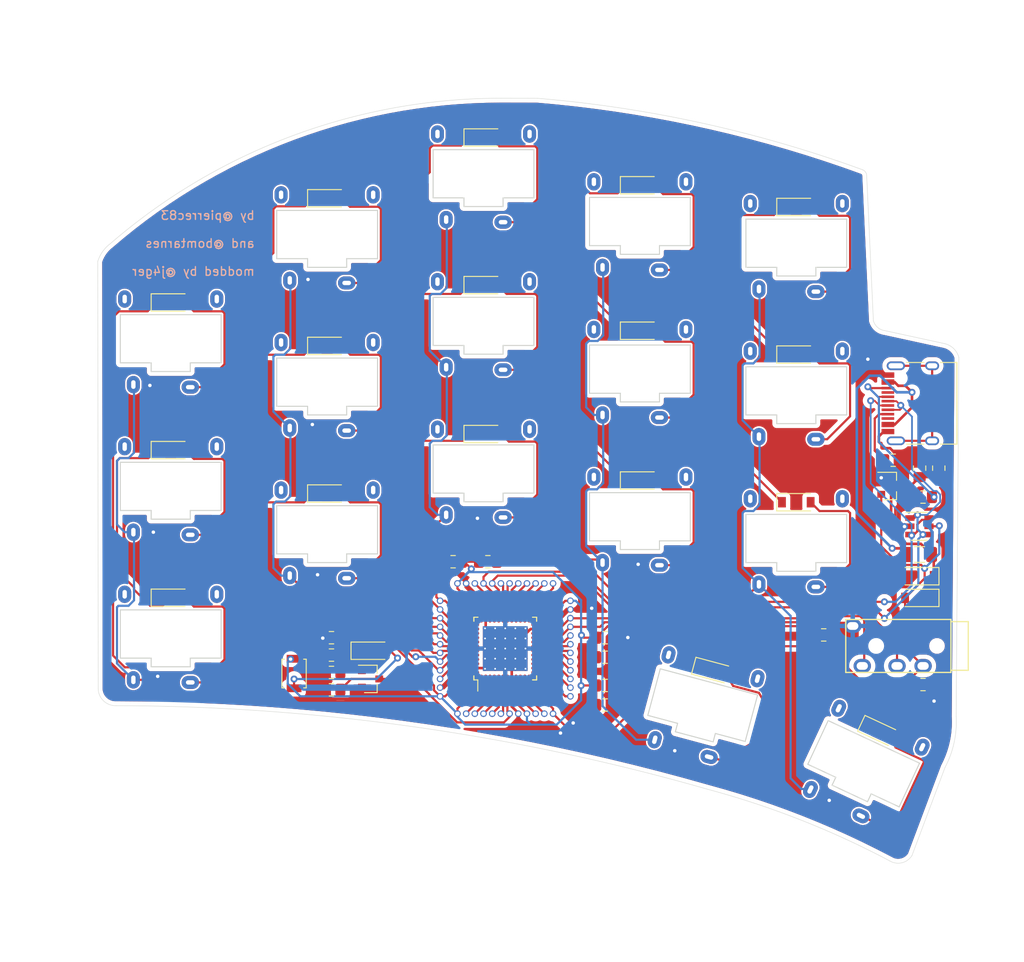
<source format=kicad_pcb>
(kicad_pcb (version 20211014) (generator pcbnew)
  (layers (0 "F.Cu" signal) (31 "B.Cu" signal) (34 "B.Paste" user) (35 "F.Paste" user) (36 "B.SilkS" user "B.Silkscreen") (37 "F.SilkS" user "F.Silkscreen") (38 "B.Mask" user) (39 "F.Mask" user) (44 "Edge.Cuts" user))
  (net 0 "")
  (net 1 "+5V")
  (net 2 "VCC")
  (net 3 "/col4")
  (net 4 "Net-(J1-PadA5)")
  (net 5 "Net-(J1-PadB5)")
  (net 6 "/col0")
  (net 7 "/col2")
  (net 8 "/col1")
  (net 9 "/col3")
  (net 10 "/row0,0")
  (net 11 "/row0,1")
  (net 12 "/row0,2")
  (net 13 "/row0,3")
  (net 14 "Net-(D0_0-Pad2)")
  (net 15 "Net-(D0_1-Pad2)")
  (net 16 "Net-(D0_2-Pad2)")
  (net 17 "Net-(D0_3-Pad2)")
  (net 18 "Net-(D1_0-Pad2)")
  (net 19 "Net-(D1_1-Pad2)")
  (net 20 "Net-(D1_2-Pad2)")
  (net 21 "Net-(D1_3-Pad2)")
  (net 22 "Net-(D1_4-Pad2)")
  (net 23 "Net-(D2_0-Pad2)")
  (net 24 "Net-(D2_1-Pad2)")
  (net 25 "Net-(D2_2-Pad2)")
  (net 26 "Net-(D2_3-Pad2)")
  (net 27 "Net-(D2_4-Pad2)")
  (net 28 "Net-(D3_3-Pad2)")
  (net 29 "Net-(D3_4-Pad2)")
  (net 30 "Net-(D0_4-Pad2)")
  (net 31 "/D-")
  (net 32 "/D+")
  (net 33 "GND")
  (net 34 "+3V3")
  (net 35 "Net-(D3-Pad2)")
  (net 36 "Net-(J1-PadS1)")
  (net 37 "i2c_sda")
  (net 38 "i2c_scl")
  (net 39 "BOOT0")
  (net 40 "NRST")
  (net 41 "Net-(U1-Pad2)")
  (net 42 "Net-(U1-Pad3)")
  (net 43 "Net-(U1-Pad4)")
  (net 44 "Net-(U1-Pad5)")
  (net 45 "Net-(U1-Pad6)")
  (net 46 "Net-(U1-Pad10)")
  (net 47 "Net-(U1-Pad11)")
  (net 48 "Net-(U1-Pad13)")
  (net 49 "Net-(U1-Pad14)")
  (net 50 "Net-(U1-Pad15)")
  (net 51 "Net-(U1-Pad16)")
  (net 52 "Net-(U1-Pad17)")
  (net 53 "Net-(U1-Pad18)")
  (net 54 "Net-(U1-Pad19)")
  (net 55 "Net-(U1-Pad20)")
  (net 56 "Net-(U1-Pad25)")
  (net 57 "Net-(U1-Pad26)")
  (net 58 "Net-(U1-Pad27)")
  (net 59 "Net-(U1-Pad28)")
  (net 60 "Net-(U1-Pad29)")
  (net 61 "Net-(U1-Pad30)")
  (net 62 "Net-(U1-Pad31)")
  (net 63 "Net-(U1-Pad34)")
  (net 64 "Net-(U1-Pad46)")
  (net 65 "Net-(J1-PadB8)")
  (net 66 "Net-(J1-PadA8)")
  (footprint "switches:Choc_Mini_PG1232_Choc_Spacing" (layer "F.Cu") (at 22 41)
    (fp_text reference "K0_0" hide)
    (fp_text value "KEYSW" hide)
    (fp_line (start -5.8 2.6) (end -5.8 -2.95) (layer "Edge.Cuts") (width 0.12))
    (fp_line (start 2.25 3.6) (end 2.25 2.6) (layer "Edge.Cuts") (width 0.12))
    (fp_line (start -2.25 2.6) (end -5.8 2.6) (layer "Edge.Cuts") (width 0.12))
    (fp_line (start -5.8 -2.95) (end 5.8 -2.95) (layer "Edge.Cuts") (width 0.12))
    (fp_line (start 5.8 -2.95) (end 5.8 2.6) (layer "Edge.Cuts") (width 0.12))
    (fp_line (start -2.25 2.6) (end -2.25 3.6) (layer "Edge.Cuts") (width 0.12))
    (fp_line (start -2.25 3.6) (end 2.25 3.6) (layer "Edge.Cuts") (width 0.12))
    (fp_line (start 2.25 2.6) (end 5.8 2.6) (layer "Edge.Cuts") (width 0.12))
  )
  (footprint "Resistor_SMD:R_0805_2012Metric_Pad1.15x1.40mm_HandSolder" (layer "F.Cu") (at 105.147204 54.811285 180)
    (fp_text reference "R1" hide)
    (fp_text value "5.1kΩ" hide)
  )
  (footprint "Diode_SMD:D_SOD-123" (layer "F.Cu") (at 40 58.65)
    (fp_text reference "D2_1" hide)
    (fp_text value "1N4148W" hide)
  )
  (footprint "switches:Choc_Mini_PG1232_Choc_Spacing" (layer "F.Cu") (at 76 44.5)
    (fp_text reference "K1_3" hide)
    (fp_text value "KEYSW" hide)
    (fp_line (start -2.25 3.6) (end 2.25 3.6) (layer "Edge.Cuts") (width 0.12))
    (fp_line (start 2.25 3.6) (end 2.25 2.6) (layer "Edge.Cuts") (width 0.12))
    (fp_line (start -5.8 -2.95) (end 5.8 -2.95) (layer "Edge.Cuts") (width 0.12))
    (fp_line (start -2.25 2.6) (end -2.25 3.6) (layer "Edge.Cuts") (width 0.12))
    (fp_line (start -5.8 2.6) (end -5.8 -2.95) (layer "Edge.Cuts") (width 0.12))
    (fp_line (start -2.25 2.6) (end -5.8 2.6) (layer "Edge.Cuts") (width 0.12))
    (fp_line (start 2.25 2.6) (end 5.8 2.6) (layer "Edge.Cuts") (width 0.12))
    (fp_line (start 5.8 -2.95) (end 5.8 2.6) (layer "Edge.Cuts") (width 0.12))
  )
  (footprint "Diode_SMD:D_SOD-123" (layer "F.Cu") (at 22 53.65)
    (fp_text reference "D1_0" hide)
    (fp_text value "1N4148W" hide)
  )
  (footprint "Diode_SMD:D_SOD-123" (layer "F.Cu") (at 94 59.65)
    (fp_text reference "D2_4" hide)
    (fp_text value "1N4148W" hide)
  )
  (footprint "Diode_SMD:D_SOD-123" (layer "F.Cu") (at 22 70.65)
    (fp_text reference "D2_0" hide)
    (fp_text value "1N4148W" hide)
  )
  (footprint "Diode_SMD:D_SOD-123" (layer "F.Cu") (at 58 17.65)
    (fp_text reference "D0_2" hide)
    (fp_text value "1N4148W" hide)
  )
  (footprint "Connector_USB:USB_C_Receptacle_HRO_TYPE-C-31-M-12" (layer "F.Cu") (at 108.585 48.26 90)
    (fp_text reference "J1" hide)
    (fp_text value "TYPE-C-31-M-12" hide)
  )
  (footprint "switches:Choc_Mini_PG1232_Choc_Spacing" (layer "F.Cu") (at 40 29)
    (fp_text reference "K0_1" hide)
    (fp_text value "KEYSW" hide)
    (fp_line (start -5.8 -2.95) (end 5.8 -2.95) (layer "Edge.Cuts") (width 0.12))
    (fp_line (start 2.25 3.6) (end 2.25 2.6) (layer "Edge.Cuts") (width 0.12))
    (fp_line (start -5.8 2.6) (end -5.8 -2.95) (layer "Edge.Cuts") (width 0.12))
    (fp_line (start 2.25 2.6) (end 5.8 2.6) (layer "Edge.Cuts") (width 0.12))
    (fp_line (start -2.25 2.6) (end -2.25 3.6) (layer "Edge.Cuts") (width 0.12))
    (fp_line (start 5.8 -2.95) (end 5.8 2.6) (layer "Edge.Cuts") (width 0.12))
    (fp_line (start -2.25 2.6) (end -5.8 2.6) (layer "Edge.Cuts") (width 0.12))
    (fp_line (start -2.25 3.6) (end 2.25 3.6) (layer "Edge.Cuts") (width 0.12))
  )
  (footprint "switches:Choc_Mini_PG1232_Choc_Spacing" (layer "F.Cu") (at 94 64)
    (fp_text reference "K2_4" hide)
    (fp_text value "KEYSW" hide)
    (fp_line (start 5.8 -2.95) (end 5.8 2.6) (layer "Edge.Cuts") (width 0.12))
    (fp_line (start -2.25 3.6) (end 2.25 3.6) (layer "Edge.Cuts") (width 0.12))
    (fp_line (start -2.25 2.6) (end -5.8 2.6) (layer "Edge.Cuts") (width 0.12))
    (fp_line (start 2.25 2.6) (end 5.8 2.6) (layer "Edge.Cuts") (width 0.12))
    (fp_line (start -5.8 -2.95) (end 5.8 -2.95) (layer "Edge.Cuts") (width 0.12))
    (fp_line (start -5.8 2.6) (end -5.8 -2.95) (layer "Edge.Cuts") (width 0.12))
    (fp_line (start 2.25 3.6) (end 2.25 2.6) (layer "Edge.Cuts") (width 0.12))
    (fp_line (start -2.25 2.6) (end -2.25 3.6) (layer "Edge.Cuts") (width 0.12))
  )
  (footprint "switches:Choc_Mini_PG1232_Choc_Spacing" (layer "F.Cu") (at 76 27.5)
    (fp_text reference "K0_3" hide)
    (fp_text value "KEYSW" hide)
    (fp_line (start -2.25 2.6) (end -2.25 3.6) (layer "Edge.Cuts") (width 0.12))
    (fp_line (start -5.8 -2.95) (end 5.8 -2.95) (layer "Edge.Cuts") (width 0.12))
    (fp_line (start -5.8 2.6) (end -5.8 -2.95) (layer "Edge.Cuts") (width 0.12))
    (fp_line (start 2.25 2.6) (end 5.8 2.6) (layer "Edge.Cuts") (width 0.12))
    (fp_line (start 2.25 3.6) (end 2.25 2.6) (layer "Edge.Cuts") (width 0.12))
    (fp_line (start 5.8 -2.95) (end 5.8 2.6) (layer "Edge.Cuts") (width 0.12))
    (fp_line (start -2.25 2.6) (end -5.8 2.6) (layer "Edge.Cuts") (width 0.12))
    (fp_line (start -2.25 3.6) (end 2.25 3.6) (layer "Edge.Cuts") (width 0.12))
  )
  (footprint "Diode_SMD:D_SOD-123" (layer "F.Cu") (at 40 41.65)
    (fp_text reference "D1_1" hide)
    (fp_text value "1N4148W" hide)
  )
  (footprint "Diode_SMD:D_SOD-123" (layer "F.Cu") (at 76 23.15)
    (fp_text reference "D0_3" hide)
    (fp_text value "1N4148W" hide)
  )
  (footprint "Diode_SMD:D_SOD-123" (layer "F.Cu") (at 103.518134 86.056779 -25)
    (fp_text reference "D3_4" hide)
    (fp_text value "1N4148W" hide)
  )
  (footprint "switches:Choc_Mini_PG1232_Choc_Spacing" (layer "F.Cu") (at 22 75)
    (fp_text reference "K2_0" hide)
    (fp_text value "KEYSW" hide)
    (fp_line (start 5.8 -2.95) (end 5.8 2.6) (layer "Edge.Cuts") (width 0.12))
    (fp_line (start -5.8 -2.95) (end 5.8 -2.95) (layer "Edge.Cuts") (width 0.12))
    (fp_line (start -2.25 3.6) (end 2.25 3.6) (layer "Edge.Cuts") (width 0.12))
    (fp_line (start -2.25 2.6) (end -5.8 2.6) (layer "Edge.Cuts") (width 0.12))
    (fp_line (start -2.25 2.6) (end -2.25 3.6) (layer "Edge.Cuts") (width 0.12))
    (fp_line (start -5.8 2.6) (end -5.8 -2.95) (layer "Edge.Cuts") (width 0.12))
    (fp_line (start 2.25 3.6) (end 2.25 2.6) (layer "Edge.Cuts") (width 0.12))
    (fp_line (start 2.25 2.6) (end 5.8 2.6) (layer "Edge.Cuts") (width 0.12))
  )
  (footprint "Diode_SMD:D_SOD-123" (layer "F.Cu") (at 58 51.8)
    (fp_text reference "D2_2" hide)
    (fp_text value "1N4148W" hide)
  )
  (footprint "switches:Choc_Mini_PG1232_Choc_Spacing" (layer "F.Cu") (at 76 61.5)
    (fp_text reference "K2_3" hide)
    (fp_text value "KEYSW" hide)
    (fp_line (start -2.25 2.6) (end -5.8 2.6) (layer "Edge.Cuts") (width 0.12))
    (fp_line (start 2.25 3.6) (end 2.25 2.6) (layer "Edge.Cuts") (width 0.12))
    (fp_line (start -5.8 -2.95) (end 5.8 -2.95) (layer "Edge.Cuts") (width 0.12))
    (fp_line (start 2.25 2.6) (end 5.8 2.6) (layer "Edge.Cuts") (width 0.12))
    (fp_line (start 5.8 -2.95) (end 5.8 2.6) (layer "Edge.Cuts") (width 0.12))
    (fp_line (start -2.25 2.6) (end -2.25 3.6) (layer "Edge.Cuts") (width 0.12))
    (fp_line (start -5.8 2.6) (end -5.8 -2.95) (layer "Edge.Cuts") (width 0.12))
    (fp_line (start -2.25 3.6) (end 2.25 3.6) (layer "Edge.Cuts") (width 0.12))
  )
  (footprint "Diode_SMD:D_SOD-123" (layer "F.Cu") (at 84.365001 79.054999 -15)
    (fp_text reference "D3_3" hide)
    (fp_text value "1N4148W" hide)
  )
  (footprint "Diode_SMD:D_SOD-123" (layer "F.Cu") (at 76 39.9)
    (fp_text reference "D1_3" hide)
    (fp_text value "1N4148W" hide)
  )
  (footprint "Diode_SMD:D_SOD-123" (layer "F.Cu") (at 58 34.65)
    (fp_text reference "D1_2" hide)
    (fp_text value "1N4148W" hide)
  )
  (footprint "Resistor_SMD:R_0805_2012Metric_Pad1.15x1.40mm_HandSolder" (layer "F.Cu") (at 108.585 59.055)
    (fp_text reference "R2" hide)
    (fp_text value "5.1kΩ" hide)
  )
  (footprint "Diode_SMD:D_SOD-123" (layer "F.Cu") (at 22 36.65)
    (fp_text reference "D0_0" hide)
    (fp_text value "1N4148W" hide)
  )
  (footprint "switches:Choc_Mini_PG1232_Choc_Spacing" (layer "F.Cu") (at 94 30)
    (fp_text reference "K0_4" hide)
    (fp_text value "KEYSW" hide)
    (fp_line (start 2.25 3.6) (end 2.25 2.6) (layer "Edge.Cuts") (width 0.12))
    (fp_line (start -2.25 2.6) (end -2.25 3.6) (layer "Edge.Cuts") (width 0.12))
    (fp_line (start -2.25 2.6) (end -5.8 2.6) (layer "Edge.Cuts") (width 0.12))
    (fp_line (start -5.8 2.6) (end -5.8 -2.95) (layer "Edge.Cuts") (width 0.12))
    (fp_line (start -2.25 3.6) (end 2.25 3.6) (layer "Edge.Cuts") (width 0.12))
    (fp_line (start 2.25 2.6) (end 5.8 2.6) (layer "Edge.Cuts") (width 0.12))
    (fp_line (start -5.8 -2.95) (end 5.8 -2.95) (layer "Edge.Cuts") (width 0.12))
    (fp_line (start 5.8 -2.95) (end 5.8 2.6) (layer "Edge.Cuts") (width 0.12))
  )
  (footprint "switches:Choc_Mini_PG1232_Choc_Spacing" (layer "F.Cu") (at 22 58)
    (fp_text reference "K1_0" hide)
    (fp_text value "KEYSW" hide)
    (fp_line (start -5.8 2.6) (end -5.8 -2.95) (layer "Edge.Cuts") (width 0.12))
    (fp_line (start -2.25 2.6) (end -2.25 3.6) (layer "Edge.Cuts") (width 0.12))
    (fp_line (start 5.8 -2.95) (end 5.8 2.6) (layer "Edge.Cuts") (width 0.12))
    (fp_line (start 2.25 3.6) (end 2.25 2.6) (layer "Edge.Cuts") (width 0.12))
    (fp_line (start -5.8 -2.95) (end 5.8 -2.95) (layer "Edge.Cuts") (width 0.12))
    (fp_line (start -2.25 2.6) (end -5.8 2.6) (layer "Edge.Cuts") (width 0.12))
    (fp_line (start 2.25 2.6) (end 5.8 2.6) (layer "Edge.Cuts") (width 0.12))
    (fp_line (start -2.25 3.6) (end 2.25 3.6) (layer "Edge.Cuts") (width 0.12))
  )
  (footprint "switches:Choc_Mini_PG1232_Choc_Spacing" (layer "F.Cu") (at 58 22)
    (fp_text reference "K0_2" hide)
    (fp_text value "KEYSW" hide)
    (fp_line (start 5.8 -2.95) (end 5.8 2.6) (layer "Edge.Cuts") (width 0.12))
    (fp_line (start -5.8 2.6) (end -5.8 -2.95) (layer "Edge.Cuts") (width 0.12))
    (fp_line (start -2.25 3.6) (end 2.25 3.6) (layer "Edge.Cuts") (width 0.12))
    (fp_line (start 2.25 3.6) (end 2.25 2.6) (layer "Edge.Cuts") (width 0.12))
    (fp_line (start -2.25 2.6) (end -2.25 3.6) (layer "Edge.Cuts") (width 0.12))
    (fp_line (start -2.25 2.6) (end -5.8 2.6) (layer "Edge.Cuts") (width 0.12))
    (fp_line (start 2.25 2.6) (end 5.8 2.6) (layer "Edge.Cuts") (width 0.12))
    (fp_line (start -5.8 -2.95) (end 5.8 -2.95) (layer "Edge.Cuts") (width 0.12))
  )
  (footprint "Diode_SMD:D_SOD-123" (layer "F.Cu") (at 94 42.65)
    (fp_text reference "D1_4" hide)
    (fp_text value "1N4148W" hide)
  )
  (footprint "Diode_SMD:D_SOD-123" (layer "F.Cu") (at 94 25.65)
    (fp_text reference "D0_4" hide)
    (fp_text value "1N4148W" hide)
  )
  (footprint "Diode_SMD:D_SOD-123" (layer "F.Cu") (at 40 24.65)
    (fp_text reference "D0_1" hide)
    (fp_text value "1N4148W" hide)
  )
  (footprint "switches:Choc_Mini_PG1232_Choc_Spacing" (layer "F.Cu") (at 101.677994 89.921865 -25)
    (fp_text reference "K3_4" hide)
    (fp_text value "KEYSW" hide)
    (fp_line (start -2.25 2.6) (end -5.8 2.6) (layer "Edge.Cuts") (width 0.12))
    (fp_line (start -5.8 -2.95) (end 5.8 -2.95) (layer "Edge.Cuts") (width 0.12))
    (fp_line (start 5.8 -2.95) (end 5.8 2.6) (layer "Edge.Cuts") (width 0.12))
    (fp_line (start -2.25 3.6) (end 2.25 3.6) (layer "Edge.Cuts") (width 0.12))
    (fp_line (start 2.25 3.6) (end 2.25 2.6) (layer "Edge.Cuts") (width 0.12))
    (fp_line (start -5.8 2.6) (end -5.8 -2.95) (layer "Edge.Cuts") (width 0.12))
    (fp_line (start -2.25 2.6) (end -2.25 3.6) (layer "Edge.Cuts") (width 0.12))
    (fp_line (start 2.25 2.6) (end 5.8 2.6) (layer "Edge.Cuts") (width 0.12))
  )
  (footprint "switches:Choc_Mini_PG1232_Choc_Spacing" (layer "F.Cu") (at 40 46)
    (fp_text reference "K1_1" hide)
    (fp_text value "KEYSW" hide)
    (fp_line (start 2.25 2.6) (end 5.8 2.6) (layer "Edge.Cuts") (width 0.12))
    (fp_line (start 2.25 3.6) (end 2.25 2.6) (layer "Edge.Cuts") (width 0.12))
    (fp_line (start -5.8 2.6) (end -5.8 -2.95) (layer "Edge.Cuts") (width 0.12))
    (fp_line (start -2.25 2.6) (end -2.25 3.6) (layer "Edge.Cuts") (width 0.12))
    (fp_line (start -5.8 -2.95) (end 5.8 -2.95) (layer "Edge.Cuts") (width 0.12))
    (fp_line (start -2.25 3.6) (end 2.25 3.6) (layer "Edge.Cuts") (width 0.12))
    (fp_line (start 5.8 -2.95) (end 5.8 2.6) (layer "Edge.Cuts") (width 0.12))
    (fp_line (start -2.25 2.6) (end -5.8 2.6) (layer "Edge.Cuts") (width 0.12))
  )
  (footprint "switches:Choc_Mini_PG1232_Choc_Spacing" (layer "F.Cu") (at 58 39)
    (fp_text reference "K1_2" hide)
    (fp_text value "KEYSW" hide)
    (fp_line (start 2.25 2.6) (end 5.8 2.6) (layer "Edge.Cuts") (width 0.12))
    (fp_line (start -2.25 3.6) (end 2.25 3.6) (layer "Edge.Cuts") (width 0.12))
    (fp_line (start 2.25 3.6) (end 2.25 2.6) (layer "Edge.Cuts") (width 0.12))
    (fp_line (start -5.8 2.6) (end -5.8 -2.95) (layer "Edge.Cuts") (width 0.12))
    (fp_line (start -2.25 2.6) (end -2.25 3.6) (layer "Edge.Cuts") (width 0.12))
    (fp_line (start -5.8 -2.95) (end 5.8 -2.95) (layer "Edge.Cuts") (width 0.12))
    (fp_line (start -2.25 2.6) (end -5.8 2.6) (layer "Edge.Cuts") (width 0.12))
    (fp_line (start 5.8 -2.95) (end 5.8 2.6) (layer "Edge.Cuts") (width 0.12))
  )
  (footprint "Diode_SMD:D_SOD-123" (layer "F.Cu") (at 76 57.15)
    (fp_text reference "D2_3" hide)
    (fp_text value "1N4148W" hide)
  )
  (footprint "switches:Choc_Mini_PG1232_Choc_Spacing" (layer "F.Cu") (at 40 63)
    (fp_text reference "K2_1" hide)
    (fp_text value "KEYSW" hide)
    (fp_line (start -5.8 2.6) (end -5.8 -2.95) (layer "Edge.Cuts") (width 0.12))
    (fp_line (start 5.8 -2.95) (end 5.8 2.6) (layer "Edge.Cuts") (width 0.12))
    (fp_line (start -5.8 -2.95) (end 5.8 -2.95) (layer "Edge.Cuts") (width 0.12))
    (fp_line (start -2.25 3.6) (end 2.25 3.6) (layer "Edge.Cuts") (width 0.12))
    (fp_line (start 2.25 3.6) (end 2.25 2.6) (layer "Edge.Cuts") (width 0.12))
    (fp_line (start -2.25 2.6) (end -5.8 2.6) (layer "Edge.Cuts") (width 0.12))
    (fp_line (start -2.25 2.6) (end -2.25 3.6) (layer "Edge.Cuts") (width 0.12))
    (fp_line (start 2.25 2.6) (end 5.8 2.6) (layer "Edge.Cuts") (width 0.12))
  )
  (footprint "switches:Choc_Mini_PG1232_Choc_Spacing" (layer "F.Cu") (at 94 47)
    (fp_text reference "K1_4" hide)
    (fp_text value "KEYSW" hide)
    (fp_line (start -2.25 3.6) (end 2.25 3.6) (layer "Edge.Cuts") (width 0.12))
    (fp_line (start 2.25 3.6) (end 2.25 2.6) (layer "Edge.Cuts") (width 0.12))
    (fp_line (start -5.8 2.6) (end -5.8 -2.95) (layer "Edge.Cuts") (width 0.12))
    (fp_line (start -5.8 -2.95) (end 5.8 -2.95) (layer "Edge.Cuts") (width 0.12))
    (fp_line (start 2.25 2.6) (end 5.8 2.6) (layer "Edge.Cuts") (width 0.12))
    (fp_line (start -2.25 2.6) (end -5.8 2.6) (layer "Edge.Cuts") (width 0.12))
    (fp_line (start 5.8 -2.95) (end 5.8 2.6) (layer "Edge.Cuts") (width 0.12))
    (fp_line (start -2.25 2.6) (end -2.25 3.6) (layer "Edge.Cuts") (width 0.12))
  )
  (footprint "kbd:TRRS-PJ-320A" (layer "F.Cu") (at 111.7925 76.2 -90)
    (fp_text reference "Jack0" hide)
    (fp_text value "PJ-320A" hide)
  )
  (footprint "switches:Choc_Mini_PG1232_Choc_Spacing" (layer "F.Cu") (at 83.185 83.185 -15)
    (fp_text reference "K3_3" hide)
    (fp_text value "KEYSW" hide)
    (fp_line (start -2.25 3.6) (end 2.25 3.6) (layer "Edge.Cuts") (width 0.12))
    (fp_line (start 5.8 -2.95) (end 5.8 2.6) (layer "Edge.Cuts") (width 0.12))
    (fp_line (start -5.8 2.6) (end -5.8 -2.95) (layer "Edge.Cuts") (width 0.12))
    (fp_line (start 2.25 3.6) (end 2.25 2.6) (layer "Edge.Cuts") (width 0.12))
    (fp_line (start -2.25 2.6) (end -5.8 2.6) (layer "Edge.Cuts") (width 0.12))
    (fp_line (start -2.25 2.6) (end -2.25 3.6) (layer "Edge.Cuts") (width 0.12))
    (fp_line (start 2.25 2.6) (end 5.8 2.6) (layer "Edge.Cuts") (width 0.12))
    (fp_line (start -5.8 -2.95) (end 5.8 -2.95) (layer "Edge.Cuts") (width 0.12))
  )
  (footprint "switches:Choc_Mini_PG1232_Choc_Spacing" (layer "F.Cu") (at 58 56)
    (fp_text reference "K2_2" hide)
    (fp_text value "KEYSW" hide)
    (fp_line (start -5.8 -2.95) (end 5.8 -2.95) (layer "Edge.Cuts") (width 0.12))
    (fp_line (start 5.8 -2.95) (end 5.8 2.6) (layer "Edge.Cuts") (width 0.12))
    (fp_line (start 2.25 2.6) (end 5.8 2.6) (layer "Edge.Cuts") (width 0.12))
    (fp_line (start -2.25 2.6) (end -2.25 3.6) (layer "Edge.Cuts") (width 0.12))
    (fp_line (start -2.25 2.6) (end -5.8 2.6) (layer "Edge.Cuts") (width 0.12))
    (fp_line (start -2.25 3.6) (end 2.25 3.6) (layer "Edge.Cuts") (width 0.12))
    (fp_line (start 2.25 3.6) (end 2.25 2.6) (layer "Edge.Cuts") (width 0.12))
    (fp_line (start -5.8 2.6) (end -5.8 -2.95) (layer "Edge.Cuts") (width 0.12))
  )
  (footprint "Fuse:Fuse_1206_3216Metric" (layer "F.Cu") (at 108.170001 65.670003 180)
    (fp_text reference "F1" hide)
    (fp_text value "500mA" hide)
  )
  (footprint "Capacitor_SMD:C_0805_2012Metric_Pad1.15x1.40mm_HandSolder" (layer "F.Cu") (at 110.396873 55.726612 90)
    (fp_text reference "C1" hide)
    (fp_text value "1uF" hide)
  )
  (footprint "Capacitor_SMD:C_0805_2012Metric_Pad1.15x1.40mm_HandSolder" (layer "F.Cu") (at 97.155 74.93)
    (fp_text reference "C2" hide)
    (fp_text value "1uF" hide)
  )
  (footprint "Capacitor_SMD:C_0805_2012Metric_Pad1.15x1.40mm_HandSolder" (layer "F.Cu") (at 40.5 77.25 180)
    (fp_text reference "C3" hide)
    (fp_text value "10uF" hide)
  )
  (footprint "Capacitor_SMD:C_0805_2012Metric_Pad1.15x1.40mm_HandSolder" (layer "F.Cu") (at 40.5 81.25 180)
    (fp_text reference "C4" hide)
    (fp_text value "4.7nF" hide)
  )
  (footprint "Capacitor_SMD:C_0805_2012Metric_Pad1.15x1.40mm_HandSolder" (layer "F.Cu") (at 54.5 66.5 180)
    (fp_text reference "C5" hide)
    (fp_text value "0.1uF" hide)
  )
  (footprint "Capacitor_SMD:C_0805_2012Metric_Pad1.15x1.40mm_HandSolder" (layer "F.Cu") (at 58.5 66.5)
    (fp_text reference "C6" hide)
    (fp_text value "4.7uF" hide)
  )
  (footprint "Capacitor_SMD:C_0805_2012Metric_Pad1.15x1.40mm_HandSolder" (layer "F.Cu") (at 72 80.75)
    (fp_text reference "C7" hide)
    (fp_text value "1uF" hide)
  )
  (footprint "Capacitor_SMD:C_0805_2012Metric_Pad1.15x1.40mm_HandSolder" (layer "F.Cu") (at 72 83)
    (fp_text reference "C8" hide)
    (fp_text value "10uF" hide)
  )
  (footprint "Capacitor_SMD:C_0805_2012Metric_Pad1.15x1.40mm_HandSolder" (layer "F.Cu") (at 40.5 79.25)
    (fp_text reference "C9" hide)
    (fp_text value "0.1uF" hide)
  )
  (footprint "Capacitor_SMD:C_0805_2012Metric_Pad1.15x1.40mm_HandSolder" (layer "F.Cu") (at 72 77.5 180)
    (fp_text reference "C10" hide)
    (fp_text value "0.1uF" hide)
  )
  (footprint "Capacitor_SMD:C_0805_2012Metric_Pad1.15x1.40mm_HandSolder" (layer "F.Cu") (at 72 75.25 180)
    (fp_text reference "C11" hide)
    (fp_text value "4.7uF" hide)
  )
  (footprint "Diode_SMD:D_SOD-123" (layer "F.Cu") (at 108.170001 68.170003 180)
    (fp_text reference "D1" hide)
    (fp_text value "SMF9.0CA" hide)
  )
  (footprint "Diode_SMD:D_SOD-123" (layer "F.Cu") (at 108.170001 70.670003 180)
    (fp_text reference "D2" hide)
    (fp_text value "RB060M-30TR" hide)
  )
  (footprint "Diode_SMD:D_SOD-123" (layer "F.Cu") (at 45 76.75)
    (fp_text reference "D3" hide)
    (fp_text value "1N4148W" hide)
  )
  (footprint "Package_TO_SOT_SMD:SOT-23" (layer "F.Cu") (at 45 80)
    (fp_text reference "Q1" hide)
    (fp_text value "PDTC123JT,215" hide)
  )
  (footprint "Resistor_SMD:R_0805_2012Metric_Pad1.15x1.40mm_HandSolder" (layer "F.Cu") (at 108.585 80.645)
    (fp_text reference "R4" hide)
    (fp_text value "100kΩ" hide)
  )
  (footprint "Resistor_SMD:R_0805_2012Metric_Pad1.15x1.40mm_HandSolder" (layer "F.Cu") (at 40.5 75.25 180)
    (fp_text reference "R5" hide)
    (fp_text value "100kΩ" hide)
  )
  (footprint "Button_Switch_SMD:SW_SPST_B3U-1000P" (layer "F.Cu") (at 36.195 79.375 -90)
    (fp_text reference "SW1" hide)
    (fp_text value "B3U-1000P" hide)
  )
  (footprint "breakout_pins:Dual_MCU_QFP_QFN_48_with_breakout_pins" (layer "F.Cu") (at 60.5 76.5 90)
    (fp_text reference "U1" hide)
    (fp_text value "STM32F072CBT6")
  )
  (footprint "Package_TO_SOT_SMD:SOT-23" (layer "F.Cu") (at 104.775 57.785)
    (fp_text reference "U3" hide)
    (fp_text value "MCP1700T-3302E/TT" hide)
  )
  (footprint "Package_TO_SOT_SMD:SOT-23-6" (layer "F.Cu") (at 108.170001 62.420003)
    (fp_text reference "U4" hide)
    (fp_text value "SRV05-4" hide)
  )
  (footprint "Resistor_SMD:R_0805_2012Metric_Pad1.15x1.40mm_HandSolder" (layer "F.Cu") (at 108.18932 55.726612 90)
    (fp_text reference "R3" hide)
    (fp_text value "100kΩ" hide)
  )
  (gr_arc (start 15.71 83.077536) (mid 14.281641 82.537499) (end 13.650019 81.147211) (layer "Edge.Cuts") (width 0.05))
  (gr_arc (start 112.395 84.314238) (mid 112.161671 87.329234) (end 111.125 90.17) (layer "Edge.Cuts") (width 0.05))
  (gr_line (start 111.125 90.17) (end 107.315 100.33) (layer "Edge.Cuts") (width 0.05))
  (gr_arc (start 107.315 100.33) (mid 106.173831 101.162823) (end 104.775 100.965) (layer "Edge.Cuts") (width 0.05))
  (gr_line (start 104.162501 39.885) (end 111.1025 41.395) (layer "Edge.Cuts") (width 0.05))
  (gr_arc (start 111.1025 41.395) (mid 112.126247 41.968669) (end 112.7125 42.985274) (layer "Edge.Cuts") (width 0.05))
  (gr_arc (start 104.162501 39.885) (mid 103.343991 39.503604) (end 102.87 38.735) (layer "Edge.Cuts") (width 0.05))
  (gr_line (start 13.608055 31.898702) (end 13.650019 81.147211) (layer "Edge.Cuts") (width 0.05))
  (gr_arc (start 83.82 92.71) (mid 94.530318 96.2465) (end 104.775 100.965) (layer "Edge.Cuts") (width 0.05))
  (gr_arc (start 15.71 83.077536) (mid 50.099758 85.526735) (end 83.82 92.71) (layer "Edge.Cuts") (width 0.05))
  (gr_arc (start 15.035 29.885) (mid 36.011524 17.453455) (end 60.008389 13.128139) (layer "Edge.Cuts") (width 0.05))
  (gr_line (start 64.208637 13.136374) (end 60.008389 13.128139) (layer "Edge.Cuts") (width 0.05))
  (gr_arc (start 101.665245 21.378889) (mid 101.982034 21.655645) (end 102.1 22.059419) (layer "Edge.Cuts") (width 0.05))
  (gr_arc (start 64.208637 13.136374) (mid 83.212558 16.005142) (end 101.665245 21.378889) (layer "Edge.Cuts") (width 0.05))
  (gr_arc (start 13.608055 31.898702) (mid 14.164929 30.780882) (end 15.035 29.885) (layer "Edge.Cuts") (width 0.05))
  (gr_line (start 102.1 22.059419) (end 102.87 38.735) (layer "Edge.Cuts") (width 0.05))
  (gr_line (start 112.7125 42.985274) (end 112.395 84.314238) (layer "Edge.Cuts") (width 0.05))
  (gr_text "by @pierrec83\n\nand @bomtarnes\n\nmodded by @j4ger" (at 31.75 29.845) (layer "B.SilkS") (effects (font (size 1 1)) (justify left mirror)))
  (segment (start 109.820001 68.170003) (end 109.820001 65.920003) (width 0.3) (layer "F.Cu") (net 1))
  (segment (start 107.155932 57.785) (end 108.18932 56.751612) (width 0.3) (layer "F.Cu") (net 1))
  (segment (start 106.659989 64.444993) (end 108.344991 64.444993) (width 0.3) (layer "F.Cu") (net 1))
  (segment (start 108.18932 56.751612) (end 110.396873 56.751612) (width 0.3) (layer "F.Cu") (net 1))
  (segment (start 108.344991 64.444993) (end 109.570001 65.670003) (width 0.3) (layer "F.Cu") (net 1))
  (segment (start 104.91 62.695004) (end 106.659989 64.444993) (width 0.3) (layer "F.Cu") (net 1))
  (segment (start 104.91 58.65) (end 104.91 62.695004) (width 0.3) (layer "F.Cu") (net 1))
  (segment (start 109.820001 65.920003) (end 109.570001 65.670003) (width 0.3) (layer "F.Cu") (net 1))
  (segment (start 105.775 57.785) (end 107.155932 57.785) (width 0.3) (layer "F.Cu") (net 1))
  (segment (start 109.820001 68.170003) (end 109.820001 70.670003) (width 0.3) (layer "F.Cu") (net 1))
  (segment (start 105.775 57.785) (end 104.91 58.65) (width 0.3) (layer "F.Cu") (net 1))
  (segment (start 106.059016 64.959018) (end 106.770001 65.670003) (width 0.3) (layer "F.Cu") (net 2))
  (segment (start 107.315 46.99) (end 107.315 48.724999) (width 0.3) (layer "F.Cu") (net 2))
  (segment (start 105.734339 46.24) (end 106.565 46.24) (width 0.3) (layer "F.Cu") (net 2))
  (segment (start 106.565 46.24) (end 107.315 46.99) (width 0.3) (layer "F.Cu") (net 2))
  (segment (start 105.329999 50.71) (end 104.54 50.71) (width 0.3) (layer "F.Cu") (net 2))
  (segment (start 104.54 45.81) (end 105.304339 45.81) (width 0.3) (layer "F.Cu") (net 2))
  (segment (start 105.0341 64.959018) (end 106.059016 64.959018) (width 0.3) (layer "F.Cu") (net 2))
  (segment (start 107.315 48.724999) (end 105.329999 50.71) (width 0.3) (layer "F.Cu") (net 2))
  (segment (start 105.304339 45.81) (end 105.734339 46.24) (width 0.3) (layer "F.Cu") (net 2))
  (via (at 105.0341 64.959018) (size 0.8) (drill 0.4) (layers "F.Cu" "B.Cu") (net 2))
  (via (at 107.315 46.99) (size 0.8) (drill 0.4) (layers "F.Cu" "B.Cu") (net 2))
  (segment (start 103.649388 45.085) (end 102.444339 45.085) (width 0.3) (layer "B.Cu") (net 2))
  (segment (start 107.315 46.99) (end 105.554388 46.99) (width 0.3) (layer "B.Cu") (net 2))
  (segment (start 105.554388 46.99) (end 103.649388 45.085) (width 0.3) (layer "B.Cu") (net 2))
  (segment (start 100.965 46.564339) (end 100.965 60.889918) (width 0.3) (layer "B.Cu") (net 2))
  (segment (start 100.965 60.889918) (end 105.0341 64.959018) (width 0.3) (layer "B.Cu") (net 2))
  (segment (start 102.444339 45.085) (end 100.965 46.564339) (width 0.3) (layer "B.Cu") (net 2))
  (segment (start 60.57501 66.303246) (end 60.971734 66.69997) (width 0.25) (layer "F.Cu") (net 3))
  (segment (start 53 71) (end 52.57499 70.57499) (width 0.25) (layer "F.Cu") (net 3))
  (segment (start 60.57501 65.96182) (end 60.57501 66.303246) (width 0.25) (layer "F.Cu") (net 3))
  (segment (start 60.971734 66.69997) (end 69.671736 66.69997) (width 0.25) (layer "F.Cu") (net 3))
  (segment (start 53.5875 71) (end 53 71) (width 0.25) (layer "F.Cu") (net 3))
  (segment (start 74.049704 71.07794) (end 87.72206 71.07794) (width 0.25) (layer "F.Cu") (net 3))
  (segment (start 52.57499 65.81182) (end 53.41183 64.97498) (width 0.25) (layer "F.Cu") (net 3))
  (segment (start 87.72206 71.07794) (end 89.7 69.1) (width 0.25) (layer "F.Cu") (net 3))
  (segment (start 52.57499 70.57499) (end 52.57499 65.81182) (width 0.25) (layer "F.Cu") (net 3))
  (segment (start 59.58817 64.97498) (end 60.57501 65.96182) (width 0.25) (layer "F.Cu") (net 3))
  (segment (start 69.671736 66.69997) (end 74.049704 71.07794) (width 0.25) (layer "F.Cu") (net 3))
  (segment (start 56.3375 73.75) (end 53.5875 71) (width 0.25) (layer "F.Cu") (net 3))
  (segment (start 53.41183 64.97498) (end 59.58817 64.97498) (width 0.25) (layer "F.Cu") (net 3))
  (segment (start 93.345 72.745) (end 93.345 91.44) (width 0.25) (layer "B.Cu") (net 3))
  (segment (start 89.055303 60.66499) (end 89.77501 59.945283) (width 0.25) (layer "B.Cu") (net 3))
  (segment (start 87.81499 43.890524) (end 88.040524 43.66499) (width 0.25) (layer "B.Cu") (net 3))
  (segment (start 89.055303 43.66499) (end 89.77501 42.945283) (width 0.25) (layer "B.Cu") (net 3))
  (segment (start 87.81499 60.890524) (end 88.040524 60.66499) (width 0.25) (layer "B.Cu") (net 3))
  (segment (start 89.7 52.1) (end 87.81499 50.21499) (width 0.25) (layer "B.Cu") (net 3))
  (segment (start 87.81499 67.21499) (end 87.81499 60.890524) (width 0.25) (layer "B.Cu") (net 3))
  (segment (start 93.345 91.44) (end 94.576346 92.671346) (width 0.25) (layer "B.Cu") (net 3))
  (segment (start 88.040524 43.66499) (end 89.055303 43.66499) (width 0.25) (layer "B.Cu") (net 3))
  (segment (start 89.7 69.1) (end 87.81499 67.21499) (width 0.25) (layer "B.Cu") (net 3))
  (segment (start 89.77501 59.945283) (end 89.77501 52.17501) (width 0.25) (layer "B.Cu") (net 3))
  (segment (start 94.576346 92.671346) (end 95.54172 92.671346) (width 0.25) (layer "B.Cu") (net 3))
  (segment (start 89.77501 42.945283) (end 89.77501 35.17501) (width 0.25) (layer "B.Cu") (net 3))
  (segment (start 89.77501 52.17501) (end 89.7 52.1) (width 0.25) (layer "B.Cu") (net 3))
  (segment (start 88.040524 60.66499) (end 89.055303 60.66499) (width 0.25) (layer "B.Cu") (net 3))
  (segment (start 89.77501 35.17501) (end 89.7 35.1) (width 0.25) (layer "B.Cu") (net 3))
  (segment (start 87.81499 50.21499) (end 87.81499 43.890524) (width 0.25) (layer "B.Cu") (net 3))
  (segment (start 89.7 69.1) (end 93.345 72.745) (width 0.25) (layer "B.Cu") (net 3))
  (segment (start 103.03 50.005) (end 103.525 49.51) (width 0.25) (layer "F.Cu") (net 4))
  (segment (start 104.122204 54.811285) (end 103.03 53.719081) (width 0.25) (layer "F.Cu") (net 4))
  (segment (start 103.03 53.719081) (end 103.03 50.005) (width 0.25) (layer "F.Cu") (net 4))
  (segment (start 103.525 49.51) (end 104.54 49.51) (width 0.25) (layer "F.Cu") (net 4))
  (segment (start 104.54 46.51) (end 102.39 46.51) (width 0.25) (layer "F.Cu") (net 5))
  (segment (start 109.61 59.055) (end 109.855 59.055) (width 0.25) (layer "F.Cu") (net 5))
  (segment (start 102.39 46.51) (end 102.235 46.355) (width 0.25) (layer "F.Cu") (net 5))
  (via (at 102.235 46.355) (size 0.8) (drill 0.4) (layers "F.Cu" "B.Cu") (net 5))
  (via (at 109.855 59.055) (size 0.8) (drill 0.4) (layers "F.Cu" "B.Cu") (net 5))
  (segment (start 103.505 47.625) (end 103.505 52.705) (width 0.25) (layer "B.Cu") (net 5))
  (segment (start 103.505 52.705) (end 109.855 59.055) (width 0.25) (layer "B.Cu") (net 5))
  (segment (start 102.235 46.355) (end 103.505 47.625) (width 0.25) (layer "B.Cu") (net 5))
  (segment (start 25.292287 81.925019) (end 30.119689 77.097617) (width 0.25) (layer "F.Cu") (net 6))
  (segment (start 49.327767 76.322233) (end 49.722062 76.716528) (width 0.25) (layer "F.Cu") (net 6))
  (segment (start 30.119689 77.097617) (end 30.119689 73.780311) (width 0.25) (layer "F.Cu") (net 6))
  (segment (start 52.82634 79) (end 53 79) (width 0.25) (layer "F.Cu") (net 6))
  (segment (start 54.25 77.75) (end 53 79) (width 0.25) (layer "F.Cu") (net 6))
  (segment (start 46.097233 73.097233) (end 46.102767 73.097233) (width 0.25) (layer "F.Cu") (net 6))
  (segment (start 18.833883 80.1) (end 20.658903 81.92502) (width 0.25) (layer "F.Cu") (net 6))
  (segment (start 30.119689 73.780311) (end 30.919669 72.980331) (width 0.25) (layer "F.Cu") (net 6))
  (segment (start 20.658903 81.92502) (end 25.292287 81.925019) (width 0.25) (layer "F.Cu") (net 6))
  (segment (start 56.3375 77.75) (end 54.25 77.75) (width 0.25) (layer "F.Cu") (net 6))
  (segment (start 50.542868 76.716528) (end 52.82634 79) (width 0.25) (layer "F.Cu") (net 6))
  (segment (start 49.327767 76.322233) (end 46.102767 73.097233) (width 0.254) (layer "F.Cu") (net 6))
  (segment (start 30.919669 72.980331) (end 45.980331 72.980331) (width 0.25) (layer "F.Cu") (net 6))
  (segment (start 49.722062 76.716528) (end 50.542868 76.716528) (width 0.25) (layer "F.Cu") (net 6))
  (segment (start 46.102767 73.097233) (end 45.989865 72.984331) (width 0.254) (layer "F.Cu") (net 6))
  (segment (start 17.7 80.1) (end 18.833883 80.1) (width 0.25) (layer "F.Cu") (net 6))
  (segment (start 45.980331 72.980331) (end 46.097233 73.097233) (width 0.25) (layer "F.Cu") (net 6))
  (segment (start 17.77501 46.17501) (end 17.7 46.1) (width 0.25) (layer "B.Cu") (net 6))
  (segment (start 17.77501 70.945283) (end 17.77501 63.17501) (width 0.25) (layer "B.Cu") (net 6))
  (segment (start 17.7 63.1) (end 16.7 63.1) (width 0.25) (layer "B.Cu") (net 6))
  (segment (start 15.81499 78.21499) (end 15.81499 71.73501) (width 0.25) (layer "B.Cu") (net 6))
  (segment (start 17.77501 63.17501) (end 17.7 63.1) (width 0.25) (layer "B.Cu") (net 6))
  (segment (start 17.145283 71.57501) (end 17.77501 70.945283) (width 0.25) (layer "B.Cu") (net 6))
  (segment (start 16.7 63.1) (end 15.81499 62.21499) (width 0.25) (layer "B.Cu") (net 6))
  (segment (start 15.81499 62.21499) (end 15.81499 54.890524) (width 0.25) (layer "B.Cu") (net 6))
  (segment (start 17.7 80.1) (end 15.81499 78.21499) (width 0.25) (layer "B.Cu") (net 6))
  (segment (start 16.130504 54.57501) (end 17.145283 54.57501) (width 0.25) (layer "B.Cu") (net 6))
  (segment (start 15.81499 71.73501) (end 15.97499 71.57501) (width 0.25) (layer "B.Cu") (net 6))
  (segment (start 17.145283 54.57501) (end 17.77501 53.945283) (width 0.25) (layer "B.Cu") (net 6))
  (segment (start 15.81499 54.890524) (end 16.130504 54.57501) (width 0.25) (layer "B.Cu") (net 6))
  (segment (start 15.97499 71.57501) (end 17.145283 71.57501) (width 0.25) (layer "B.Cu") (net 6))
  (segment (start 17.77501 53.945283) (end 17.77501 46.17501) (width 0.25) (layer "B.Cu") (net 6))
  (segment (start 56.3375 74.75) (end 54.75 74.75) (width 0.25) (layer "F.Cu") (net 7))
  (segment (start 52.14896 73) (end 51.549989 72.401029) (width 0.25) (layer "F.Cu") (net 7))
  (segment (start 51.549989 72.401029) (end 51.549989 63.250011) (width 0.25) (layer "F.Cu") (net 7))
  (segment (start 52.75 73) (end 52.14896 73) (width 0.25) (layer "F.Cu") (net 7))
  (segment (start 54.75 74.75) (end 53 73) (width 0.25) (layer "F.Cu") (net 7))
  (segment (start 51.549989 63.250011) (end 53.7 61.1) (width 0.25) (layer "F.Cu") (net 7))
  (segment (start 51.81499 35.890524) (end 52.040524 35.66499) (width 0.25) (layer "B.Cu") (net 7))
  (segment (start 53.77501 44.17501) (end 53.7 44.1) (width 0.25) (layer "B.Cu") (net 7))
  (segment (start 53.7 44.1) (end 51.81499 42.21499) (width 0.25) (layer "B.Cu") (net 7))
  (segment (start 53.7 61.1) (end 52.7 61.1) (width 0.25) (layer "B.Cu") (net 7))
  (segment (start 53.77501 27.17501) (end 53.7 27.1) (width 0.25) (layer "B.Cu") (net 7))
  (segment (start 53.77501 51.945283) (end 53.77501 44.17501) (width 0.25) (layer "B.Cu") (net 7))
  (segment (start 51.81499 42.21499) (end 51.81499 35.890524) (width 0.25) (layer "B.Cu") (net 7))
  (segment (start 53.77501 34.945283) (end 53.77501 27.17501) (width 0.25) (layer "B.Cu") (net 7))
  (segment (start 51.81499 52.890524) (end 52.130504 52.57501) (width 0.25) (layer "B.Cu") (net 7))
  (segment (start 51.81499 60.21499) (end 51.81499 52.890524) (width 0.25) (layer "B.Cu") (net 7))
  (segment (start 53.145283 52.57501) (end 53.77501 51.945283) (width 0.25) (layer "B.Cu") (net 7))
  (segment (start 53.055303 35.66499) (end 53.77501 34.945283) (width 0.25) (layer "B.Cu") (net 7))
  (segment (start 52.130504 52.57501) (end 53.145283 52.57501) (width 0.25) (layer "B.Cu") (net 7))
  (segment (start 52.040524 35.66499) (end 53.055303 35.66499) (width 0.25) (layer "B.Cu") (net 7))
  (segment (start 52.7 61.1) (end 51.81499 60.21499) (width 0.25) (layer "B.Cu") (net 7))
  (segment (start 54.25 75.25) (end 53 74) (width 0.25) (layer "F.Cu") (net 8))
  (segment (start 56.3375 75.25) (end 54.25 75.25) (width 0.25) (layer "F.Cu") (net 8))
  (segment (start 49.565314 74) (end 46.737605 71.172291) (width 0.25) (layer "F.Cu") (net 8))
  (segment (start 46.737605 71.172291) (end 38.772291 71.172291) (width 0.25) (layer "F.Cu") (net 8))
  (segment (start 52.75 74) (end 49.565314 74) (width 0.25) (layer "F.Cu") (net 8))
  (segment (start 38.772291 71.172291) (end 35.7 68.1) (width 0.25) (layer "F.Cu") (net 8))
  (segment (start 35.77501 41.945283) (end 35.77501 34.17501) (width 0.25) (layer "B.Cu") (net 8))
  (segment (start 35.77501 34.17501) (end 35.7 34.1) (width 0.25) (layer "B.Cu") (net 8))
  (segment (start 35.055303 42.66499) (end 35.77501 41.945283) (width 0.25) (layer "B.Cu") (net 8))
  (segment (start 35.7 51.1) (end 33.81499 49.21499) (width 0.25) (layer "B.Cu") (net 8))
  (segment (start 34.040524 42.66499) (end 35.055303 42.66499) (width 0.25) (layer "B.Cu") (net 8))
  (segment (start 35.77501 58.945283) (end 35.77501 51.17501) (width 0.25) (layer "B.Cu") (net 8))
  (segment (start 33.81499 42.890524) (end 34.040524 42.66499) (width 0.25) (layer "B.Cu") (net 8))
  (segment (start 35.7 68.1) (end 34.7 68.1) (width 0.25) (layer "B.Cu") (net 8))
  (segment (start 35.77501 51.17501) (end 35.7 51.1) (width 0.25) (layer "B.Cu") (net 8))
  (segment (start 33.81499 49.21499) (end 33.81499 42.890524) (width 0.25) (layer "B.Cu") (net 8))
  (segment (start 35.145283 59.57501) (end 35.77501 58.945283) (width 0.25) (layer "B.Cu") (net 8))
  (segment (start 33.81499 67.21499) (end 33.81499 59.890524) (width 0.25) (layer "B.Cu") (net 8))
  (segment (start 34.130504 59.57501) (end 35.145283 59.57501) (width 0.25) (layer "B.Cu") (net 8))
  (segment (start 34.7 68.1) (end 33.81499 67.21499) (width 0.25) (layer "B.Cu") (net 8))
  (segment (start 33.81499 59.890524) (end 34.130504 59.57501) (width 0.25) (layer "B.Cu") (net 8))
  (segment (start 61.49956 66.24996) (end 71.34996 66.24996) (width 0.25) (layer "F.Cu") (net 9))
  (segment (start 53.22543 64.52497) (end 59.774571 64.524971) (width 0.25) (layer "F.Cu") (net 9))
  (segment (start 56.3375 74.25) (end 55.25 74.25) (width 0.25) (layer "F.Cu") (net 9))
  (segment (start 55.25 74.25) (end 53 72) (width 0.25) (layer "F.Cu") (net 9))
  (segment (start 53 72) (end 51.999999 70.999999) (width 0.25) (layer "F.Cu") (net 9))
  (segment (start 59.774571 64.524971) (end 61.49956 66.24996) (width 0.25) (layer "F.Cu") (net 9))
  (segment (start 51.999999 70.999999) (end 51.999999 65.750401) (width 0.25) (layer "F.Cu") (net 9))
  (segment (start 51.999999 65.750401) (end 53.22543 64.52497) (width 0.25) (layer "F.Cu") (net 9))
  (segment (start 71.34996 66.24996) (end 71.7 66.6) (width 0.25) (layer "F.Cu") (net 9))
  (segment (start 71.055303 58.16499) (end 71.77501 57.445283) (width 0.25) (layer "B.Cu") (net 9))
  (segment (start 77.711542 86.9983) (end 75.5683 86.9983) (width 0.25) (layer "B.Cu") (net 9))
  (segment (start 69.81499 58.390524) (end 70.040524 58.16499) (width 0.25) (layer "B.Cu") (net 9))
  (segment (start 71.77501 40.445283) (end 71.77501 32.67501) (width 0.25) (layer "B.Cu") (net 9))
  (segment (start 71.7 49.6) (end 70.7 49.6) (width 0.25) (layer "B.Cu") (net 9))
  (segment (start 69.81499 41.390524) (end 70.130504 41.07501) (width 0.25) (layer "B.Cu") (net 9))
  (segment (start 71.7 83.13) (end 71.7 66.6) (width 0.25) (layer "B.Cu") (net 9))
  (segment (start 69.81499 48.71499) (end 69.81499 41.390524) (width 0.25) (layer "B.Cu") (net 9))
  (segment (start 71.77501 32.67501) (end 71.7 32.6) (width 0.25) (layer "B.Cu") (net 9))
  (segment (start 71.145283 41.07501) (end 71.77501 40.445283) (width 0.25) (layer "B.Cu") (net 9))
  (segment (start 71.7 66.6) (end 69.81499 64.71499) (width 0.25) (layer "B.Cu") (net 9))
  (segment (start 69.81499 64.71499) (end 69.81499 58.390524) (width 0.25) (layer "B.Cu") (net 9))
  (segment (start 71.77501 57.445283) (end 71.77501 49.67501) (width 0.25) (layer "B.Cu") (net 9))
  (segment (start 70.7 49.6) (end 69.81499 48.71499) (width 0.25) (layer "B.Cu") (net 9))
  (segment (start 71.77501 49.67501) (end 71.7 49.6) (width 0.25) (layer "B.Cu") (net 9))
  (segment (start 70.130504 41.07501) (end 71.145283 41.07501) (width 0.25) (layer "B.Cu") (net 9))
  (segment (start 75.5683 86.9983) (end 71.7 83.13) (width 0.25) (layer "B.Cu") (net 9))
  (segment (start 70.040524 58.16499) (end 71.055303 58.16499) (width 0.25) (layer "B.Cu") (net 9))
  (segment (start 58.07501 15.92499) (end 63.745283 15.92499) (width 0.25) (layer "F.Cu") (net 10))
  (segment (start 21.53 35.47) (end 26.309707 35.47) (width 0.25) (layer "F.Cu") (net 10))
  (segment (start 64.63502 16.814727) (end 64.63502 18.455313) (width 0.25) (layer "F.Cu") (net 10))
  (segment (start 76.07501 21.42499) (end 81.745283 21.42499) (width 0.25) (layer "F.Cu") (net 10))
  (segment (start 56.35 17.65) (end 55.42499 18.57501) (width 0.25) (layer "F.Cu") (net 10))
  (segment (start 70.254717 24.07501) (end 73.42499 24.07501) (width 0.25) (layer "F.Cu") (net 10))
  (segment (start 34.130504 25.57501) (end 37.42499 25.57501) (width 0.25) (layer "F.Cu") (net 10))
  (segment (start 52.75 77) (end 52.226738 77) (width 0.25) (layer "F.Cu") (net 10))
  (segment (start 20.35 36.65) (end 21.53 35.47) (width 0.25) (layer "F.Cu") (net 10))
  (segment (start 25.105886 81.47501) (end 20.845303 81.47501) (width 0.25) (layer "F.Cu") (net 10))
  (segment (start 16.040524 37.66499) (end 19.33501 37.66499) (width 0.25) (layer "F.Cu") (net 10))
  (segment (start 18.029769 78.659476) (end 16.71499 78.659476) (width 0.25) (layer "F.Cu") (net 10))
  (segment (start 37.42499 25.57501) (end 38.35 24.65) (width 0.25) (layer "F.Cu") (net 10))
  (segment (start 51.81499 18.890524) (end 51.81499 21.64501) (width 0.25) (layer "F.Cu") (net 10))
  (segment (start 19.33501 37.66499) (end 20.35 36.65) (width 0.25) (layer "F.Cu") (net 10))
  (segment (start 56.31501 76.77499) (end 53.22501 76.77499) (width 0.25) (layer "F.Cu") (net 10))
  (segment (start 26.854717 34.92499) (end 28.21499 34.92499) (width 0.25) (layer "F.Cu") (net 10))
  (segment (start 33.81499 30.939618) (end 33.81499 25.890524) (width 0.25) (layer "F.Cu") (net 10))
  (segment (start 28.21499 34.92499) (end 28.232304 34.942304) (width 0.25) (layer "F.Cu") (net 10))
  (segment (start 15.364981 77.309467) (end 15.364981 38.340533) (width 0.25) (layer "F.Cu") (net 10))
  (segment (start 51.493256 76.266518) (end 49.914118 76.266518) (width 0.25) (layer "F.Cu") (net 10))
  (segment (start 86.895303 26.57501) (end 91.42499 26.57501) (width 0.25) (layer "F.Cu") (net 10))
  (segment (start 52.130504 18.57501) (end 51.81499 18.890524) (width 0.25) (layer "F.Cu") (net 10))
  (segment (start 28.232304 34.942304) (end 29.812304 34.942304) (width 0.25) (layer "F.Cu") (net 10))
  (segment (start 63.745283 15.92499) (end 64.63502 16.814727) (width 0.25) (layer "F.Cu") (net 10))
  (segment (start 64.63502 18.455313) (end 70.254717 24.07501) (width 0.25) (layer "F.Cu") (net 10))
  (segment (start 74.35 23.15) (end 76.07501 21.42499) (width 0.25) (layer "F.Cu") (net 10))
  (segment (start 81.745283 21.42499) (end 86.895303 26.57501) (width 0.25) (layer "F.Cu") (net 10))
  (segment (start 55.42499 18.57501) (end 52.130504 18.57501) (width 0.25) (layer "F.Cu") (net 10))
  (segment (start 46.177921 72.530321) (end 30.733268 72.530322) (width 0.25) (layer "F.Cu") (net 10))
  (segment (start 91.42499 26.57501) (end 92.35 25.65) (width 0.25) (layer "F.Cu") (net 10))
  (segment (start 51.81499 21.64501) (end 50.55 22.91) (width 0.25) (layer "F.Cu") (net 10))
  (segment (start 73.42499 24.07501) (end 74.35 23.15) (width 0.25) (layer "F.Cu") (net 10))
  (segment (start 56.3375 76.75) (end 56.3375 76.7525) (width 0.25) (layer "F.Cu") (net 10))
  (segment (start 29.669679 73.593911) (end 29.669679 76.911217) (width 0.25) (layer "F.Cu") (net 10))
  (segment (start 56.3375 76.7525) (end 56.31501 76.77499) (width 0.25) (layer "F.Cu") (net 10))
  (segment (start 20.845303 81.47501) (end 18.029769 78.659476) (width 0.25) (layer "F.Cu") (net 10))
  (segment (start 50.55 22.91) (end 39.24 22.91) (width 0.25) (layer "F.Cu") (net 10))
  (segment (start 29.812304 34.942304) (end 33.81499 30.939618) (width 0.25) (layer "F.Cu") (net 10))
  (segment (start 33.81499 25.890524) (end 34.130504 25.57501) (width 0.25) (layer "F.Cu") (net 10))
  (segment (start 38.35 23.8) (end 38.35 24.65) (width 0.25) (layer "F.Cu") (net 10))
  (segment (start 52.226738 77) (end 51.493256 76.266518) (width 0.25) (layer "F.Cu") (net 10))
  (segment (start 15.364981 38.340533) (end 16.040524 37.66499) (width 0.25) (layer "F.Cu") (net 10))
  (segment (start 16.71499 78.659476) (end 15.364981 77.309467) (width 0.25) (layer "F.Cu") (net 10))
  (segment (start 49.914118 76.266518) (end 48.7188 75.0712) (width 0.25) (layer "F.Cu") (net 10))
  (segment (start 53.22501 76.77499) (end 53 77) (width 0.25) (layer "F.Cu") (net 10))
  (segment (start 29.669679 76.911217) (end 25.105886 81.47501) (width 0.25) (layer "F.Cu") (net 10))
  (segment (start 39.24 22.91) (end 38.35 23.8) (width 0.25) (layer "F.Cu") (net 10))
  (segment (start 56.35 17.65) (end 58.07501 15.92499) (width 0.25) (layer "F.Cu") (net 10))
  (segment (start 48.7188 75.0712) (end 46.177921 72.530321) (width 0.254) (layer "F.Cu") (net 10))
  (segment (start 26.309707 35.47) (end 26.854717 34.92499) (width 0.25) (layer "F.Cu") (net 10))
  (segment (start 30.733268 72.530322) (end 29.669679 73.593911) (width 0.25) (layer "F.Cu") (net 10))
  (segment (start 19.42499 54.57501) (end 20.35 53.65) (width 0.25) (layer "F.Cu") (net 11))
  (segment (start 52.31 76) (end 52.01201 75.70201) (width 0.25) (layer "F.Cu") (net 11))
  (segment (start 53.22501 76.22501) (end 53 76) (width 0.25) (layer "F.Cu") (net 11))
  (segment (start 20.35 53.65) (end 20.35 52.8) (width 0.25) (layer "F.Cu") (net 11))
  (segment (start 16.130504 54.57501) (end 19.42499 54.57501) (width 0.25) (layer "F.Cu") (net 11))
  (segment (start 74.35 39.9) (end 75.82501 38.42499) (width 0.25) (layer "F.Cu") (net 11))
  (segment (start 52.75 76) (end 52.31 76) (width 0.25) (layer "F.Cu") (net 11))
  (segment (start 88.12499 38.42499) (end 92.35 42.65) (width 0.25) (layer "F.Cu") (net 11))
  (segment (start 38.35 41.65) (end 44.33501 35.66499) (width 0.25) (layer "F.Cu") (net 11))
  (segment (start 56.3375 76.25) (end 56.31 76.25) (width 0.25) (layer "F.Cu") (net 11))
  (segment (start 15.81499 67.49501) (end 15.81499 54.890524) (width 0.25) (layer "F.Cu") (net 11))
  (segment (start 20.35 52.8) (end 30.48501 42.66499) (width 0.25) (layer "F.Cu") (net 11))
  (segment (start 21.060001 71.575001) (end 19.639999 71.575001) (width 0.25) (layer "F.Cu") (net 11))
  (segment (start 67.37499 32.92499) (end 74.35 39.9) (width 0.25) (layer "F.Cu") (net 11))
  (segment (start 31.786311 72.076311) (end 31.782311 72.072311) (width 0.25) (layer "F.Cu") (net 11))
  (segment (start 23.710012 68.92499) (end 21.060001 71.575001) (width 0.25) (layer "F.Cu") (net 11))
  (segment (start 49.988848 75.70201) (end 46.363149 72.076311) (width 0.25) (layer "F.Cu") (net 11))
  (segment (start 30.892604 72.072311) (end 27.745283 68.92499) (width 0.25) (layer "F.Cu") (net 11))
  (segment (start 46.365977 72.076311) (end 38.576311 72.076311) (width 0.254) (layer "F.Cu") (net 11))
  (segment (start 15.81499 54.890524) (end 16.130504 54.57501) (width 0.25) (layer "F.Cu") (net 11))
  (segment (start 17.77501 69.45503) (end 15.81499 67.49501) (width 0.25) (layer "F.Cu") (net 11))
  (segment (start 31.782311 72.072311) (end 30.892604 72.072311) (width 0.25) (layer "F.Cu") (net 11))
  (segment (start 75.82501 38.42499) (end 88.12499 38.42499) (width 0.25) (layer "F.Cu") (net 11))
  (segment (start 56.35 34.65) (end 58.07501 32.92499) (width 0.25) (layer "F.Cu") (net 11))
  (segment (start 55.33501 35.66499) (end 56.35 34.65) (width 0.25) (layer "F.Cu") (net 11))
  (segment (start 46.363149 72.076311) (end 45.546311 72.076311) (width 0.25) (layer "F.Cu") (net 11))
  (segment (start 58.07501 32.92499) (end 67.37499 32.92499) (width 0.25) (layer "F.Cu") (net 11))
  (segment (start 27.745283 68.92499) (end 23.710012 68.92499) (width 0.25) (layer "F.Cu") (net 11))
  (segment (start 38.576311 72.076311) (end 31.786311 72.076311) (width 0.25) (layer "F.Cu") (net 11))
  (segment (start 37.33501 42.66499) (end 38.35 41.65) (width 0.25) (layer "F.Cu") (net 11))
  (segment (start 45.546311 72.076311) (end 46.365977 72.076311) (width 0.254) (layer "F.Cu") (net 11))
  (segment (start 56.31 76.25) (end 56.28501 76.22501) (width 0.25) (layer "F.Cu") (net 11))
  (segment (start 19.639999 71.575001) (end 17.77501 69.710012) (width 0.25) (layer "F.Cu") (net 11))
  (segment (start 56.28501 76.22501) (end 53.22501 76.22501) (width 0.25) (layer "F.Cu") (net 11))
  (segment (start 52.01201 75.70201) (end 49.988848 75.70201) (width 0.25) (layer "F.Cu") (net 11))
  (segment (start 30.48501 42.66499) (end 37.33501 42.66499) (width 0.25) (layer "F.Cu") (net 11))
  (segment (start 17.77501 69.710012) (end 17.77501 69.45503) (width 0.25) (layer "F.Cu") (net 11))
  (segment (start 44.33501 35.66499) (end 55.33501 35.66499) (width 0.25) (layer "F.Cu") (net 11))
  (segment (start 31.33501 59.66499) (end 37.33501 59.66499) (width 0.25) (layer "F.Cu") (net 12))
  (segment (start 88.12499 55.42499) (end 92.35 59.65) (width 0.25) (layer "F.Cu") (net 12))
  (segment (start 38.35 58.65) (end 38.35 57.8) (width 0.25) (layer "F.Cu") (net 12))
  (segment (start 43.57499 52.57501) (end 55.57499 52.57501) (width 0.25) (layer "F.Cu") (net 12))
  (segment (start 37.33501 59.66499) (end 38.35 58.65) (width 0.25) (layer "F.Cu") (net 12))
  (segment (start 31.079004 71.622301) (end 46.551205 71.622301) (width 0.25) (layer "F.Cu") (net 12))
  (segment (start 56.08 75.75) (end 56.05501 75.72501) (width 0.25) (layer "F.Cu") (net 12))
  (segment (start 67.12499 49.92499) (end 74.35 57.15) (width 0.25) (layer "F.Cu") (net 12))
  (segment (start 27.931684 68.474981) (end 22.52502 68.47498) (width 0.25) (layer "F.Cu") (net 12))
  (segment (start 52.740001 74.750001) (end 49.678905 74.750001) (width 0.25) (layer "F.Cu") (net 12))
  (segment (start 58.22501 49.92499) (end 67.12499 49.92499) (width 0.25) (layer "F.Cu") (net 12))
  (segment (start 27.931684 68.474981) (end 31.079004 71.622301) (width 0.25) (layer "F.Cu") (net 12))
  (segment (start 22.52502 68.47498) (end 20.35 70.65) (width 0.25) (layer "F.Cu") (net 12))
  (segment (start 56.35 51.8) (end 58.22501 49.92499) (width 0.25) (layer "F.Cu") (net 12))
  (segment (start 56.3375 75.75) (end 56.08 75.75) (width 0.25) (layer "F.Cu") (net 12))
  (segment (start 55.57499 52.57501) (end 56.35 51.8) (width 0.25) (layer "F.Cu") (net 12))
  (segment (start 56.05501 75.72501) (end 53.72501 75.72501) (width 0.25) (layer "F.Cu") (net 12))
  (segment (start 74.35 57.15) (end 76.07501 55.42499) (width 0.25) (layer "F.Cu") (net 12))
  (segment (start 20.35 70.65) (end 31.33501 59.66499) (width 0.25) (layer "F.Cu") (net 12))
  (segment (start 53.72501 75.72501) (end 53 75) (width 0.25) (layer "F.Cu") (net 12))
  (segment (start 49.678905 74.750001) (end 46.551205 71.622301) (width 0.25) (layer "F.Cu") (net 12))
  (segment (start 38.35 57.8) (end 43.57499 52.57501) (width 0.25) (layer "F.Cu") (net 12))
  (segment (start 76.07501 55.42499) (end 88.12499 55.42499) (width 0.25) (layer "F.Cu") (net 12))
  (segment (start 81.28 75.565) (end 81.94805 76.23305) (width 0.25) (layer "F.Cu") (net 13))
  (segment (start 72.39 86.36) (end 74.295 84.455) (width 0.25) (layer "F.Cu") (net 13))
  (segment (start 63.25 80.6625) (end 66 83.4125) (width 0.25) (layer "F.Cu") (net 13))
  (segment (start 76.2 75.565) (end 81.28 75.565) (width 0.25) (layer "F.Cu") (net 13))
  (segment (start 95.28305 76.23305) (end 101.938927 82.888927) (width 0.25) (layer "F.Cu") (net 13))
  (segment (start 83.406223 76.722948) (end 83.896121 76.23305) (width 0.25) (layer "F.Cu") (net 13))
  (segment (start 66 83.4125) (end 66 84) (width 0.25) (layer "F.Cu") (net 13))
  (segment (start 66 84) (end 68.36 86.36) (width 0.25) (layer "F.Cu") (net 13))
  (segment (start 82.771223 77.357948) (end 82.771223 78.627948) (width 0.25) (layer "F.Cu") (net 13))
  (segment (start 101.938927 82.888927) (end 101.938927 85.304029) (width 0.25) (layer "F.Cu") (net 13))
  (segment (start 74.295 77.47) (end 76.2 75.565) (width 0.25) (layer "F.Cu") (net 13))
  (segment (start 81.94805 76.23305) (end 95.28305 76.23305) (width 0.25) (layer "F.Cu") (net 13))
  (segment (start 68.36 86.36) (end 72.39 86.36) (width 0.25) (layer "F.Cu") (net 13))
  (segment (start 74.295 84.455) (end 74.295 77.47) (width 0.25) (layer "F.Cu") (net 13))
  (segment (start 83.406223 76.722948) (end 82.771223 77.357948) (width 0.25) (layer "F.Cu") (net 13))
  (segment (start 28.18501 37.890524) (end 28.18501 43.759476) (width 0.25) (layer "F.Cu") (net 14))
  (segment (start 23.65 36.65) (end 24.66499 37.66499) (width 0.25) (layer "F.Cu") (net 14))
  (segment (start 27.959476 37.66499) (end 28.18501 37.890524) (width 0.25) (layer "F.Cu") (net 14))
  (segment (start 28.18501 43.759476) (end 25.544486 46.4) (width 0.25) (layer "F.Cu") (net 14))
  (segment (start 25.544486 46.4) (end 24.25 46.4) (width 0.25) (layer "F.Cu") (net 14))
  (segment (start 24.66499 37.66499) (end 27.959476 37.66499) (width 0.25) (layer "F.Cu") (net 14))
  (segment (start 45.919505 25.625019) (end 46.18501 25.890524) (width 0.25) (layer "F.Cu") (net 15))
  (segment (start 46.18501 31.759476) (end 43.544486 34.4) (width 0.25) (layer "F.Cu") (net 15))
  (segment (start 41.65 24.65) (end 42.625019 25.625019) (width 0.25) (layer "F.Cu") (net 15))
  (segment (start 43.544486 34.4) (end 42.25 34.4) (width 0.25) (layer "F.Cu") (net 15))
  (segment (start 42.625019 25.625019) (end 45.919505 25.625019) (width 0.25) (layer "F.Cu") (net 15))
  (segment (start 46.18501 25.890524) (end 46.18501 31.759476) (width 0.25) (layer "F.Cu") (net 15))
  (segment (start 61.544486 27.4) (end 60.25 27.4) (width 0.25) (layer "F.Cu") (net 16))
  (segment (start 64.18501 18.890524) (end 64.18501 24.759476) (width 0.25) (layer "F.Cu") (net 16))
  (segment (start 63.959476 18.66499) (end 64.18501 18.890524) (width 0.25) (layer "F.Cu") (net 16))
  (segment (start 59.65 17.65) (end 59.65 18.5) (width 0.25) (layer "F.Cu") (net 16))
  (segment (start 59.65 18.5) (end 59.81499 18.66499) (width 0.25) (layer "F.Cu") (net 16))
  (segment (start 59.81499 18.66499) (end 63.959476 18.66499) (width 0.25) (layer "F.Cu") (net 16))
  (segment (start 64.18501 24.759476) (end 61.544486 27.4) (width 0.25) (layer "F.Cu") (net 16))
  (segment (start 77.65 23.15) (end 78.66499 24.16499) (width 0.25) (layer "F.Cu") (net 17))
  (segment (start 82.18501 30.259476) (end 79.544486 32.9) (width 0.25) (layer "F.Cu") (net 17))
  (segment (start 81.959476 24.16499) (end 82.18501 24.390524) (width 0.25) (layer "F.Cu") (net 17))
  (segment (start 78.66499 24.16499) (end 81.959476 24.16499) (width 0.25) (layer "F.Cu") (net 17))
  (segment (start 82.18501 24.390524) (end 82.18501 30.259476) (width 0.25) (layer "F.Cu") (net 17))
  (segment (start 79.544486 32.9) (end 78.25 32.9) (width 0.25) (layer "F.Cu") (net 17))
  (segment (start 24.66499 54.66499) (end 27.959476 54.66499) (width 0.25) (layer "F.Cu") (net 18))
  (segment (start 27.959476 54.66499) (end 28.18501 54.890524) (width 0.25) (layer "F.Cu") (net 18))
  (segment (start 25.544486 63.4) (end 24.25 63.4) (width 0.25) (layer "F.Cu") (net 18))
  (segment (start 28.18501 60.759476) (end 25.544486 63.4) (width 0.25) (layer "F.Cu") (net 18))
  (segment (start 28.18501 54.890524) (end 28.18501 60.759476) (width 0.25) (layer "F.Cu") (net 18))
  (segment (start 23.65 53.65) (end 24.66499 54.66499) (width 0.25) (layer "F.Cu") (net 18))
  (segment (start 42.66499 42.66499) (end 45.959476 42.66499) (width 0.25) (layer "F.Cu") (net 19))
  (segment (start 45.959476 42.66499) (end 46.18501 42.890524) (width 0.25) (layer "F.Cu") (net 19))
  (segment (start 46.18501 42.890524) (end 46.18501 48.759476) (width 0.25) (layer "F.Cu") (net 19))
  (segment (start 46.18501 48.759476) (end 43.544486 51.4) (width 0.25) (layer "F.Cu") (net 19))
  (segment (start 41.65 41.65) (end 42.66499 42.66499) (width 0.25) (layer "F.Cu") (net 19))
  (segment (start 43.544486 51.4) (end 42.25 51.4) (width 0.25) (layer "F.Cu") (net 19))
  (segment (start 61.544486 44.4) (end 60.25 44.4) (width 0.25) (layer "F.Cu") (net 20))
  (segment (start 60.66499 35.66499) (end 63.959476 35.66499) (width 0.25) (layer "F.Cu") (net 20))
  (segment (start 63.959476 35.66499) (end 64.18501 35.890524) (width 0.25) (layer "F.Cu") (net 20))
  (segment (start 59.65 34.65) (end 60.66499 35.66499) (width 0.25) (layer "F.Cu") (net 20))
  (segment (start 64.18501 41.759476) (end 61.544486 44.4) (width 0.25) (layer "F.Cu") (net 20))
  (segment (start 64.18501 35.890524) (end 64.18501 41.759476) (width 0.25) (layer "F.Cu") (net 20))
  (segment (start 82.18501 41.390524) (end 82.18501 47.259476) (width 0.25) (layer "F.Cu") (net 21))
  (segment (start 77.65 39.9) (end 78.91499 41.16499) (width 0.25) (layer "F.Cu") (net 21))
  (segment (start 81.959476 41.16499) (end 82.18501 41.390524) (width 0.25) (layer "F.Cu") (net 21))
  (segment (start 82.18501 47.259476) (end 79.544486 49.9) (width 0.25) (layer "F.Cu") (net 21))
  (segment (start 79.544486 49.9) (end 78.25 49.9) (width 0.25) (layer "F.Cu") (net 21))
  (segment (start 78.91499 41.16499) (end 81.959476 41.16499) (width 0.25) (layer "F.Cu") (net 21))
  (segment (start 95.65 42.65) (end 96.66499 43.66499) (width 0.25) (layer "F.Cu") (net 22))
  (segment (start 100.18501 43.890524) (end 100.18501 49.759476) (width 0.25) (layer "F.Cu") (net 22))
  (segment (start 97.544486 52.4) (end 96.25 52.4) (width 0.25) (layer "F.Cu") (net 22))
  (segment (start 96.66499 43.66499) (end 99.959476 43.66499) (width 0.25) (layer "F.Cu") (net 22))
  (segment (start 100.18501 49.759476) (end 97.544486 52.4) (width 0.25) (layer "F.Cu") (net 22))
  (segment (start 99.959476 43.66499) (end 100.18501 43.890524) (width 0.25) (layer "F.Cu") (net 22))
  (segment (start 27.959476 71.66499) (end 28.18501 71.890524) (width 0.25) (layer "F.Cu") (net 23))
  (segment (start 23.65 70.65) (end 24.66499 71.66499) (width 0.25) (layer "F.Cu") (net 23))
  (segment (start 28.18501 77.759476) (end 25.544486 80.4) (width 0.25) (layer "F.Cu") (net 23))
  (segment (start 24.66499 71.66499) (end 27.959476 71.66499) (width 0.25) (layer "F.Cu") (net 23))
  (segment (start 25.544486 80.4) (end 24.25 80.4) (width 0.25) (layer "F.Cu") (net 23))
  (segment (start 28.18501 71.890524) (end 28.18501 77.759476) (width 0.25) (layer "F.Cu") (net 23))
  (segment (start 45.959476 59.66499) (end 46.18501 59.890524) (width 0.25) (layer "F.Cu") (net 24))
  (segment (start 43.544486 68.4) (end 42.25 68.4) (width 0.25) (layer "F.Cu") (net 24))
  (segment (start 41.65 58.65) (end 42.66499 59.66499) (width 0.25) (layer "F.Cu") (net 24))
  (segment (start 42.66499 59.66499) (end 45.959476 59.66499) (width 0.25) (layer "F.Cu") (net 24))
  (segment (start 46.18501 65.759476) (end 43.544486 68.4) (width 0.25) (layer "F.Cu") (net 24))
  (segment (start 46.18501 59.890524) (end 46.18501 65.759476) (width 0.25) (layer "F.Cu") (net 24))
  (segment (start 59.65 51.4) (end 60.91499 52.66499) (width 0.25) (layer "F.Cu") (net 25))
  (segment (start 61.544486 61.4) (end 60.25 61.4) (width 0.25) (layer "F.Cu") (net 25))
  (segment (start 60.91499 52.66499) (end 63.959476 52.66499) (width 0.25) (layer "F.Cu") (net 25))
  (segment (start 63.959476 52.66499) (end 64.18501 52.890524) (width 0.25) (layer "F.Cu") (net 25))
  (segment (start 64.18501 58.759476) (end 61.544486 61.4) (width 0.25) (layer "F.Cu") (net 25))
  (segment (start 64.18501 52.890524) (end 64.18501 58.759476) (width 0.25) (layer "F.Cu") (net 25))
  (segment (start 77.65 57.15) (end 78.66499 58.16499) (width 0.25) (layer "F.Cu") (net 26))
  (segment (start 82.18501 64.259476) (end 79.544486 66.9) (width 0.25) (layer "F.Cu") (net 26))
  (segment (start 81.959476 58.16499) (end 82.18501 58.390524) (width 0.25) (layer "F.Cu") (net 26))
  (segment (start 79.544486 66.9) (end 78.25 66.9) (width 0.25) (layer "F.Cu") (net 26))
  (segment (start 78.66499 58.16499) (end 81.959476 58.16499) (width 0.25) (layer "F.Cu") (net 26))
  (segment (start 82.18501 58.390524) (end 82.18501 64.259476) (width 0.25) (layer "F.Cu") (net 26))
  (segment (start 99.959476 60.66499) (end 100.18501 60.890524) (width 0.25) (layer "F.Cu") (net 27))
  (segment (start 100.18501 66.759476) (end 97.544486 69.4) (width 0.25) (layer "F.Cu") (net 27))
  (segment (start 100.18501 60.890524) (end 100.18501 66.759476) (width 0.25) (layer "F.Cu") (net 27))
  (segment (start 97.544486 69.4) (end 96.25 69.4) (width 0.25) (layer "F.Cu") (net 27))
  (segment (start 96.66499 60.66499) (end 99.959476 60.66499) (width 0.25) (layer "F.Cu") (net 27))
  (segment (start 95.65 59.65) (end 96.66499 60.66499) (width 0.25) (layer "F.Cu") (net 27))
  (segment (start 89.700086 81.598908) (end 90.24719 82.54652) (width 0.25) (layer "F.Cu") (net 28))
  (segment (start 85.457972 89.384533) (end 83.960711 88.983342) (width 0.25) (layer "F.Cu") (net 28))
  (segment (start 90.24719 82.54652) (end 88.956113 87.364879) (width 0.25) (layer "F.Cu") (net 28))
  (segment (start 88.956113 87.364879) (end 85.457972 89.384533) (width 0.25) (layer "F.Cu") (net 28))
  (segment (start 85.958779 79.482051) (end 86.719911 80.800375) (width 0.25) (layer "F.Cu") (net 28))
  (segment (start 86.719911 80.800375) (end 89.700086 81.598908) (width 0.25) (layer "F.Cu") (net 28))
  (segment (start 105.013542 86.754099) (end 105.427403 87.891173) (width 0.25) (layer "F.Cu") (net 29))
  (segment (start 105.997858 95.340175) (end 102.921394 96.459913) (width 0.25) (layer "F.Cu") (net 29))
  (segment (start 108.632428 89.385701) (end 108.694698 89.556783) (width 0.25) (layer "F.Cu") (net 29))
  (segment (start 102.921394 96.459913) (end 101.43505 95.766818) (width 0.25) (layer "F.Cu") (net 29))
  (segment (start 105.427403 87.891173) (end 108.632428 89.385701) (width 0.25) (layer "F.Cu") (net 29))
  (segment (start 108.694698 89.556783) (end 105.997858 95.340175) (width 0.25) (layer "F.Cu") (net 29))
  (segment (start 99.959476 26.66499) (end 100.18501 26.890524) (width 0.25) (layer "F.Cu") (net 30))
  (segment (start 96.66499 26.66499) (end 99.959476 26.66499) (width 0.25) (layer "F.Cu") (net 30))
  (segment (start 100.18501 26.890524) (end 100.18501 32.759476) (width 0.25) (layer "F.Cu") (net 30))
  (segment (start 95.65 25.65) (end 96.66499 26.66499) (width 0.25) (layer "F.Cu") (net 30))
  (segment (start 97.544486 35.4) (end 96.25 35.4) (width 0.25) (layer "F.Cu") (net 30))
  (segment (start 100.18501 32.759476) (end 97.544486 35.4) (width 0.25) (layer "F.Cu") (net 30))
  (segment (start 104.14 73.025) (end 102.87 71.755) (width 0.25) (layer "F.Cu") (net 31))
  (segment (start 107.270001 61.470003) (end 107.720001 61.020003) (width 0.25) (layer "F.Cu") (net 31))
  (segment (start 105.93 49.01) (end 104.54 49.01) (width 0.2) (layer "F.Cu") (net 31))
  (segment (start 69.091825 68.099999) (end 73.558796 72.56697) (width 0.25) (layer "F.Cu") (net 31))
  (segment (start 107.595307 61.470003) (end 107.957414 61.107896) (width 0.25) (layer "F.Cu") (net 31))
  (segment (start 106.045 48.54) (end 106.045 48.895) (width 0.2) (layer "F.Cu") (net 31))
  (segment (start 107.070001 61.470003) (end 107.595307 61.470003) (width 0.25) (layer "F.Cu") (net 31))
  (segment (start 59.75 69.75) (end 59 69) (width 0.25) (layer "F.Cu") (net 31))
  (segment (start 102.87 71.755) (end 89.258659 71.755) (width 0.25) (layer "F.Cu") (net 31))
  (segment (start 105.515 48.01) (end 106.045 48.54) (width 0.2) (layer "F.Cu") (net 31))
  (segment (start 107.070001 61.470003) (end 107.270001 61.470003) (width 0.25) (layer "F.Cu") (net 31))
  (segment (start 59 68.739998) (end 59.639999 68.099999) (width 0.25) (layer "F.Cu") (net 31))
  (segment (start 88.450698 72.562961) (end 73.66 72.562961) (width 0.25) (layer "F.Cu") (net 31))
  (segment (start 108.570001 63.370003) (end 109.270001 63.370003) (width 0.25) (layer "F.Cu") (net 31))
  (segment (start 107.729999 61.030001) (end 107.720001 61.020003) (width 0.25) (layer "F.Cu") (net 31))
  (segment (start 59.639999 68.099999) (end 69.091825 68.099999) (width 0.25) (layer "F.Cu") (net 31))
  (segment (start 59.75 72.3375) (end 59.75 69.75) (width 0.25) (layer "F.Cu") (net 31))
  (segment (start 104.54 48.01) (end 105.515 48.01) (width 0.2) (layer "F.Cu") (net 31))
  (segment (start 106.045 48.895) (end 105.93 49.01) (width 0.2) (layer "F.Cu") (net 31))
  (segment (start 89.258659 71.755) (end 88.450698 72.562961) (width 0.25) (layer "F.Cu") (net 31))
  (via (at 108.570001 63.370003) (size 0.8) (drill 0.4) (layers "F.Cu" "B.Cu") (net 31))
  (via (at 104.14 73.025) (size 0.8) (drill 0.4) (layers "F.Cu" "B.Cu") (net 31))
  (via (at 107.957414 61.107896) (size 0.8) (drill 0.4) (layers "F.Cu" "B.Cu") (net 31))
  (via (at 106.019955 48.49792) (size 0.8) (drill 0.4) (layers "F.Cu" "B.Cu") (net 31))
  (segment (start 110.555 58.76505) (end 110.555 59.625) (width 0.2) (layer "B.Cu") (net 31))
  (segment (start 107.315 55.88) (end 109.79 58.355) (width 0.2) (layer "B.Cu") (net 31))
  (segment (start 107.957414 62.757416) (end 108.570001 63.370003) (width 0.25) (layer "B.Cu") (net 31))
  (segment (start 109.072104 61.107896) (end 107.957414 61.107896) (width 0.2) (layer "B.Cu") (net 31))
  (segment (start 107.315 49.792965) (end 107.315 55.88) (width 0.2) (layer "B.Cu") (net 31))
  (segment (start 108.045 63.895004) (end 108.570001 63.370003) (width 0.25) (layer "B.Cu") (net 31))
  (segment (start 108.045 69.12) (end 108.045 63.895004) (width 0.25) (layer "B.Cu") (net 31))
  (segment (start 106.019955 48.49792) (end 107.315 49.792965) (width 0.2) (layer "B.Cu") (net 31))
  (segment (start 104.14 73.025) (end 108.045 69.12) (width 0.25) (layer "B.Cu") (net 31))
  (segment (start 109.79 58.355) (end 110.14495 58.355) (width 0.2) (layer "B.Cu") (net 31))
  (segment (start 107.957414 61.107896) (end 107.957414 62.757416) (width 0.25) (layer "B.Cu") (net 31))
  (segment (start 110.14495 58.355) (end 110.555 58.76505) (width 0.2) (layer "B.Cu") (net 31))
  (segment (start 110.555 59.625) (end 109.072104 61.107896) (width 0.2) (layer "B.Cu") (net 31))
  (segment (start 107.560003 63.370003) (end 107.925002 63.005004) (width 0.25) (layer "F.Cu") (net 32))
  (segment (start 58 68.24896) (end 58 68.85) (width 0.25) (layer "F.Cu") (net 32))
  (segment (start 107.925002 63.005004) (end 107.925002 62.21331) (width 0.25) (layer "F.Cu") (net 32))
  (segment (start 109.070001 61.670003) (end 109.270001 61.470003) (width 0.25) (layer "F.Cu") (net 32))
  (segment (start 103.012446 47.957446) (end 103.515 48.46) (width 0.2) (layer "F.Cu") (net 32))
  (segment (start 103.565 47.51) (end 103.515 47.56) (width 0.2) (layer "F.Cu") (net 32))
  (segment (start 69.278226 67.64999) (end 58.59897 67.64999) (width 0.25) (layer "F.Cu") (net 32))
  (segment (start 103.515 48.46) (end 103.565 48.51) (width 0.2) (layer "F.Cu") (net 32))
  (segment (start 59.25 70.25) (end 58 69) (width 0.25) (layer "F.Cu") (net 32))
  (segment (start 88.9 71.12) (end 87.907039 72.112961) (width 0.25) (layer "F.Cu") (net 32))
  (segment (start 102.559305 47.957446) (end 103.012446 47.957446) (width 0.2) (layer "F.Cu") (net 32))
  (segment (start 107.925002 62.21331) (end 108.468309 61.670003) (width 0.25) (layer "F.Cu") (net 32))
  (segment (start 58.59897 67.64999) (end 58 68.24896) (width 0.25) (layer "F.Cu") (net 32))
  (segment (start 107.070001 63.370003) (end 107.170001 63.370003) (width 0.25) (layer "F.Cu") (net 32))
  (segment (start 107.170001 63.370003) (end 107.270001 63.470003) (width 0.25) (layer "F.Cu") (net 32))
  (segment (start 87.907039 72.112961) (end 73.741197 72.112961) (width 0.25) (layer "F.Cu") (net 32))
  (segment (start 107.070001 63.370003) (end 107.560003 63.370003) (width 0.25) (layer "F.Cu") (net 32))
  (segment (start 73.741197 72.112961) (end 69.278226 67.64999) (width 0.25) (layer "F.Cu") (net 32))
  (segment (start 104.54 47.51) (end 103.565 47.51) (width 0.2) (layer "F.Cu") (net 32))
  (segment (start 59.25 72.3375) (end 59.25 70.25) (width 0.25) (layer "F.Cu") (net 32))
  (segment (start 104.14 71.12) (end 88.9 71.12) (width 0.25) (layer "F.Cu") (net 32))
  (segment (start 103.565 48.51) (end 104.54 48.51) (width 0.2) (layer "F.Cu") (net 32))
  (segment (start 103.515 47.56) (end 103.515 48.46) (width 0.2) (layer "F.Cu") (net 32))
  (segment (start 108.468309 61.670003) (end 109.070001 61.670003) (width 0.25) (layer "F.Cu") (net 32))
  (via (at 107.270001 63.470003) (size 0.8) (drill 0.4) (layers "F.Cu" "B.Cu") (net 32))
  (via (at 102.559305 47.957446) (size 0.8) (drill 0.4) (layers "F.Cu" "B.Cu") (net 32))
  (via (at 104.14 71.12) (size 0.8) (drill 0.4) (layers "F.Cu" "B.Cu") (net 32))
  (segment (start 107.270001 62.185001) (end 107.270001 63.470003) (width 0.2) (layer "B.Cu") (net 32))
  (segment (start 107.270001 69.258603) (end 107.270001 63.470003) (width 0.25) (layer "B.Cu") (net 32))
  (segment (start 102.559305 47.957446) (end 102.559305 57.474305) (width 0.2) (layer "B.Cu") (net 32))
  (segment (start 102.559305 57.474305) (end 107.270001 62.185001) (width 0.2) (layer "B.Cu") (net 32))
  (segment (start 104.14 71.12) (end 105.408604 71.12) (width 0.25) (layer "B.Cu") (net 32))
  (segment (start 105.408604 71.12) (end 107.270001 69.258603) (width 0.25) (layer "B.Cu") (net 32))
  (segment (start 58.25 78.75) (end 60.5 76.5) (width 0.3) (layer "F.Cu") (net 33))
  (segment (start 58.25 72.3375) (end 58.25 71.323002) (width 0.3) (layer "F.Cu") (net 33))
  (segment (start 73.025 75.25) (end 74.59 75.25) (width 0.3) (layer "F.Cu") (net 33))
  (segment (start 98.18 74.93) (end 99.4625 74.93) (width 0.3) (layer "F.Cu") (net 33))
  (segment (start 106.172204 54.811285) (end 108.079647 54.811285) (width 0.3) (layer "F.Cu") (net 33))
  (segment (start 106.483934 62.420003) (end 106.452525 62.451412) (width 0.3) (layer "F.Cu") (net 33))
  (segment (start 61.25 77.25) (end 60.5 76.5) (width 0.3) (layer "F.Cu") (net 33))
  (segment (start 53.573002 66.5) (end 53.475 66.5) (width 0.3) (layer "F.Cu") (net 33))
  (segment (start 61.166622 76.5) (end 60.5 76.5) (width 0.3) (layer "F.Cu") (net 33))
  (segment (start 65.676998 74.25) (end 67.926998 72) (width 0.3) (layer "F.Cu") (net 33))
  (segment (start 58.25 74.25) (end 60.5 76.5) (width 0.3) (layer "F.Cu") (net 33))
  (segment (start 56 69) (end 56 68.926998) (width 0.3) (layer "F.Cu") (net 33))
  (segment (start 56 69.073002) (end 56 69) (width 0.3) (layer "F.Cu") (net 33))
  (segment (start 61.25 80.6625) (end 61.25 83.176998) (width 0.3) (layer "F.Cu") (net 33))
  (segment (start 104.065 45.01) (end 102.235 43.18) (width 0.3) (layer "F.Cu") (net 33))
  (segment (start 53.475 66.5) (end 54.52501 65.44999) (width 0.3) (layer "F.Cu") (net 33))
  (segment (start 109.855 80.89) (end 109.61 80.645) (width 0.3) (layer "F.Cu") (net 33))
  (segment (start 56 68.926998) (end 53.573002 66.5) (width 0.3) (layer "F.Cu") (net 33))
  (segment (start 62 83.926998) (end 62 84) (width 0.3) (layer "F.Cu") (net 33))
  (segment (start 64.6625 74.25) (end 63.416622 74.25) (width 0.3) (layer "F.Cu") (net 33))
  (segment (start 107.070001 62.420003) (end 106.483934 62.420003) (width 0.3) (layer "F.Cu") (net 33))
  (segment (start 54.52501 65.44999) (end 58.47499 65.44999) (width 0.3) (layer "F.Cu") (net 33))
  (segment (start 105.41 60.325) (end 105.41 61.408887) (width 0.3) (layer "F.Cu") (net 33))
  (segment (start 61.25 83.176998) (end 62 83.926998) (width 0.3) (layer "F.Cu") (net 33))
  (segment (start 73.025 80.75) (end 73.025 83) (width 0.3) (layer "F.Cu") (net 33))
  (segment (start 106.172204 54.811285) (end 104.790919 53.43) (width 0.3) (layer "F.Cu") (net 33))
  (segment (start 104.54 45.01) (end 104.065 45.01) (width 0.3) (layer "F.Cu") (net 33))
  (segment (start 39.475 77.25) (end 39.475 75.25) (width 0.3) (layer "F.Cu") (net 33))
  (segment (start 40.52501 82.30001) (end 39.475 81.25) (width 0.3) (layer "F.Cu") (net 33))
  (segment (start 39.475 81.25) (end 39.475 79.25) (width 0.3) (layer "F.Cu") (net 33))
  (segment (start 63.416622 74.25) (end 61.166622 76.5) (width 0.3) (layer "F.Cu") (net 33))
  (segment (start 103.505 52.705) (end 103.505 52.07) (width 0.3) (layer "F.Cu") (net 33))
  (segment (start 104.065 51.51) (end 104.54 51.51) (width 0.3) (layer "F.Cu") (net 33))
  (segment (start 108.18932 54.701612) (end 110.396873 54.701612) (width 0.3) (layer "F.Cu") (net 33))
  (segment (start 61.25 80.6625) (end 61.25 77.25) (width 0.3) (layer "F.Cu") (net 33))
  (segment (start 56.3375 78.75) (end 58.25 78.75) (width 0.3) (layer "F.Cu") (net 33))
  (segment (start 105.41 61.408887) (end 106.452525 62.451412) (width 0.3) (layer "F.Cu") (net 33))
  (segment (start 104.23 53.43) (end 103.505 52.705) (width 0.3) (layer "F.Cu") (net 33))
  (segment (start 108.079647 54.811285) (end 108.18932 54.701612) (width 0.3) (layer "F.Cu") (net 33))
  (segment (start 55.323002 78.75) (end 53.073002 81) (width 0.3) (layer "F.Cu") (net 33))
  (segment (start 104.790919 53.43) (end 104.23 53.43) (width 0.3) (layer "F.Cu") (net 33))
  (segment (start 64.6625 74.25) (end 65.676998 74.25) (width 0.3) (layer "F.Cu") (net 33))
  (segment (start 106.68 59.055) (end 105.41 60.325) (width 0.3) (layer "F.Cu") (net 33))
  (segment (start 74.59 75.25) (end 74.61 75.23) (width 0.3) (layer "F.Cu") (net 33))
  (segment (start 53.073002 81) (end 53 81) (width 0.3) (layer "F.Cu") (net 33))
  (segment (start 67.926998 72) (end 68 72) (width 0.3) (layer "F.Cu") (net 33))
  (segment (start 73.025 75.25) (end 73.025 77.5) (width 0.3) (layer "F.Cu") (net 33))
  (segment (start 58.25 72.3375) (end 58.25 74.25) (width 0.3) (layer "F.Cu") (net 33))
  (segment (start 107.56 59.055) (end 106.68 59.055) (width 0.3) (layer "F.Cu") (net 33))
  (segment (start 42.64999 82.30001) (end 40.52501 82.30001) (width 0.3) (layer "F.Cu") (net 33))
  (segment (start 44 80.95) (end 42.64999 82.30001) (width 0.3) (layer "F.Cu") (net 33))
  (segment (start 58.25 71.323002) (end 56 69.073002) (width 0.3) (layer "F.Cu") (net 33))
  (segment (start 56.3375 78.75) (end 55.323002 78.75) (width 0.3) (layer "F.Cu") (net 33))
  (segment (start 99.4625 74.93) (end 100.4925 73.9) (width 0.3) (layer "F.Cu") (net 33))
  (segment (start 58.47499 65.44999) (end 59.525 66.5) (width 0.3) (layer "F.Cu") (net 33))
  (segment (start 39.475 79.25) (end 39.475 77.25) (width 0.3) (layer "F.Cu") (net 33))
  (segment (start 109.855 82.55) (end 109.855 80.89) (width 0.3) (layer "F.Cu") (net 33))
  (segment (start 103.505 52.07) (end 104.065 51.51) (width 0.3) (layer "F.Cu") (net 33))
  (via (at 75.8 66.8) (size 0.8) (drill 0.4) (layers "F.Cu" "B.Cu") (net 33))
  (via (at 109.855 82.55) (size 0.8) (drill 0.4) (layers "F.Cu" "B.Cu") (net 33))
  (via (at 103.775 56.835) (size 0.8) (drill 0.4) (layers "F.Cu" "B.Cu") (net 33))
  (via (at 37.8 34) (size 0.8) (drill 0.4) (layers "F.Cu" "B.Cu") (net 33))
  (via (at 80.01 88.265) (size 0.8) (drill 0.4) (layers "F.Cu" "B.Cu") (net 33))
  (via (at 74.61 75.23) (size 0.8) (drill 0.4) (layers "F.Cu" "B.Cu") (net 33))
  (via (at 38.9 68) (size 0.8) (drill 0.4) (layers "F.Cu" "B.Cu") (net 33))
  (via (at 106.452525 62.451412) (size 0.8) (drill 0.4) (layers "F.Cu" "B.Cu") (net 33))
  (via (at 66.86 86.23) (size 0.8) (drill 0.4) (layers "F.Cu" "B.Cu") (net 33))
  (via (at 38.3 50.7) (size 0.8) (drill 0.4) (layers "F.Cu" "B.Cu") (net 33))
  (via (at 39.5 75.3) (size 0.8) (drill 0.4) (layers "F.Cu" "B.Cu") (net 33))
  (via (at 20 63.1) (size 0.8) (drill 0.4) (layers "F.Cu" "B.Cu") (net 33))
  (via (at 102.235 43.18) (size 0.8) (drill 0.4) (layers "F.Cu" "B.Cu") (net 33))
  (via (at 68.32 85.07) (size 0.8) (drill 0.4) (layers "F.Cu" "B.Cu") (net 33))
  (via (at 70.45 71.86) (size 0.8) (drill 0.4) (layers "F.Cu" "B.Cu") (net 33))
  (via (at 19.6 46.2) (size 0.8) (drill 0.4) (layers "F.Cu" "B.Cu") (net 33))
  (via (at 97.79 93.98) (size 0.8) (drill 0.4) (layers "F.Cu" "B.Cu") (net 33))
  (via (at 20.5 79.7) (size 0.8) (drill 0.4) (layers "F.Cu" "B.Cu") (net 33))
  (via (at 57.3 61.5) (size 0.8) (drill 0.4) (layers "F.Cu" "B.Cu") (net 33))
  (segment (start 53.5875 82) (end 53 82) (width 0.25) (layer "F.Cu") (net 34))
  (segment (start 52.299999 81.299999) (end 53 82) (width 0.25) (layer "F.Cu") (net 34))
  (segment (start 55.525 66.5) (end 55.771273 66.5) (width 0.25) (layer "F.Cu") (net 34))
  (segment (start 96.13 74.93) (end 101.845 80.645) (width 0.254) (layer "F.Cu") (net 34))
  (segment (start 106.520001 70.670003) (end 108.770001 68.420003) (width 0.25) (layer "F.Cu") (net 34))
  (segment (start 110.394695 62.420003) (end 110.457348 62.35735) (width 0.25) (layer "F.Cu") (net 34))
  (segment (start 106.520001 70.670003) (end 106.520001 76.427501) (width 0.25) (layer "F.Cu") (net 34))
  (segment (start 57.75 80.6625) (end 55 83.4125) (width 0.25) (layer "F.Cu") (net 34))
  (segment (start 103.775 64.725223) (end 105.919781 66.870004) (width 0.25) (layer "F.Cu") (net 34))
  (segment (start 61.75 80.6625) (end 61.75 82.75) (width 0.25) (layer "F.Cu") (net 34))
  (segment (start 47.360001 75.824999) (end 52.299999 80.764997) (width 0.25) (layer "F.Cu") (net 34))
  (segment (start 105.919781 66.870004) (end 108.370002 66.870004) (width 0.25) (layer "F.Cu") (net 34))
  (segment (start 55 69.5875) (end 55 69) (width 0.25) (layer "F.Cu") (net 34))
  (segment (start 69.555884 75.25) (end 69.274522 74.968638) (width 0.25) (layer "F.Cu") (net 34))
  (segment (start 108.770001 67.270003) (end 108.370002 66.870004) (width 0.25) (layer "F.Cu") (net 34))
  (segment (start 95.122866 73.922866) (end 96.13 74.93) (width 0.254) (layer "F.Cu") (net 34))
  (segment (start 42.450001 78.324999) (end 43.439999 78.324999) (width 0.25) (layer "F.Cu") (net 34))
  (segment (start 41.525 79.25) (end 42.450001 78.324999) (width 0.25) (layer "F.Cu") (net 34))
  (segment (start 67.4125 71) (end 68 71) (width 0.25) (layer "F.Cu") (net 34))
  (segment (start 52.299999 80.764997) (end 52.299999 81.299999) (width 0.25) (layer "F.Cu") (net 34))
  (segment (start 72.302134 73.922866) (end 95.122866 73.922866) (width 0.254) (layer "F.Cu") (net 34))
  (segment (start 55 83.4125) (end 55 84) (width 0.25) (layer "F.Cu") (net 34))
  (segment (start 35.840833 77.675) (end 35.797123 77.71871) (width 0.25) (layer "F.Cu") (net 34))
  (segment (start 109.270001 62.420003) (end 110.394695 62.420003) (width 0.25) (layer "F.Cu") (net 34))
  (segment (start 106.520001 76.427501) (end 108.5925 78.5) (width 0.25) (layer "F.Cu") (net 34))
  (segment (start 36.195 77.675) (end 35.840833 77.675) (width 0.25) (layer "F.Cu") (net 34))
  (segment (start 55.771273 66.5) (end 56.596916 67.325643) (width 0.25) (layer "F.Cu") (net 34))
  (segment (start 57.75 72.3375) (end 55 69.5875) (width 0.25) (layer "F.Cu") (net 34))
  (segment (start 45.939999 75.824999) (end 47.360001 75.824999) (width 0.25) (layer "F.Cu") (net 34))
  (segment (start 69.25 80.75) (end 69.23 80.77) (width 0.25) (layer "F.Cu") (net 34))
  (segment (start 70.975 80.75) (end 70.975 83) (width 0.25) (layer "F.Cu") (net 34))
  (segment (start 64.6625 73.75) (end 67.4125 71) (width 0.25) (layer "F.Cu") (net 34))
  (segment (start 101.845 80.645) (end 107.56 80.645) (width 0.254) (layer "F.Cu") (net 34))
  (segment (start 57.0625 79.25) (end 55.75 79.25) (width 0.25) (layer "F.Cu") (net 34))
  (segment (start 70.975 80.75) (end 69.25 80.75) (width 0.25) (layer "F.Cu") (net 34))
  (segment (start 107.56 79.5325) (end 108.5925 78.5) (width 0.25) (layer "F.Cu") (net 34))
  (segment (start 55.525 66.5) (end 57.475 66.5) (width 0.25) (layer "F.Cu") (net 34))
  (segment (start 70.975 75.25) (end 72.302134 73.922866) (width 0.254) (layer "F.Cu") (net 34))
  (segment (start 70.975 75.25) (end 69.555884 75.25) (width 0.25) (layer "F.Cu") (net 34))
  (segment (start 61.75 82.75) (end 63 84) (width 0.25) (layer "F.Cu") (net 34))
  (segment (start 108.770001 68.420003) (end 108.770001 67.270003) (width 0.25) (layer "F.Cu") (net 34))
  (segment (start 43.439999 78.324999) (end 45.939999 75.824999) (width 0.25) (layer "F.Cu") (net 34))
  (segment (start 107.56 80.645) (end 107.56 79.5325) (width 0.25) (layer "F.Cu") (net 34))
  (segment (start 103.775 58.735) (end 103.775 64.725223) (width 0.25) (layer "F.Cu") (net 34))
  (segment (start 56.3375 79.25) (end 53.5875 82) (width 0.25) (layer "F.Cu") (net 34))
  (segment (start 70.975 75.25) (end 70.975 77.5) (width 0.25) (layer "F.Cu") (net 34))
  (via (at 108.770001 67.270003) (size 0.8) (drill 0.4) (layers "F.Cu" "B.Cu") (net 34))
  (via (at 69.23 80.77) (size 0.8) (drill 0.4) (layers "F.Cu" "B.Cu") (net 34))
  (via (at 69.274522 74.968638) (size 0.8) (drill 0.4) (layers "F.Cu" "B.Cu") (net 34))
  (via (at 110.457348 62.35735) (size 0.8) (drill 0.4) (layers "F.Cu" "B.Cu") (net 34))
  (via (at 35.797123 77.71871) (size 0.8) (drill 0.4) (layers "F.Cu" "B.Cu") (net 34))
  (via (at 56.596916 67.325643) (size 0.8) (drill 0.4) (layers "F.Cu" "B.Cu") (net 34))
  (segment (start 67.962501 83.722501) (end 69.23 82.455002) (width 0.25) (layer "B.Cu") (net 34))
  (segment (start 68.61 71) (end 69.23 71.62) (width 0.25) (layer "B.Cu") (net 34))
  (segment (start 68.25 71) (end 68.61 71) (width 0.25) (layer "B.Cu") (net 34))
  (segment (start 66 67.7) (end 56.3 67.7) (width 0.25) (layer "B.Cu") (net 34))
  (segment (start 110.457348 65.582656) (end 108.770001 67.270003) (width 0.25) (layer "B.Cu") (net 34))
  (segment (start 66.426042 85.25896) (end 67.922501 83.762501) (width 0.25) (layer "B.Cu") (net 34))
  (segment (start 69.23 70.93) (end 66 67.7) (width 0.25) (layer "B.Cu") (net 34))
  (segment (start 55 84.360002) (end 55.898958 85.25896) (width 0.25) (layer "B.Cu") (net 34))
  (segment (start 53 82) (end 55 84) (width 0.25) (layer "B.Cu") (net 34))
  (segment (start 63.45104 85.25896) (end 66.426042 85.25896) (width 0.25) (layer "B.Cu") (net 34))
  (segment (start 110.457348 62.35735) (end 110.457348 65.582656) (width 0.25) (layer "B.Cu") (net 34))
  (segment (start 35.47 80.555) (end 36.915 82) (width 0.25) (layer "B.Cu") (net 34))
  (segment (start 63 84.80792) (end 63.45104 85.25896) (width 0.25) (layer "B.Cu") (net 34))
  (segment (start 56.596916 67.325643) (end 55.95 67.972559) (width 0.25) (layer "B.Cu") (net 34))
  (segment (start 69.23 80.77) (end 69.23 71.77) (width 0.25) (layer "B.Cu") (net 34))
  (segment (start 63 84.25) (end 63 84.80792) (width 0.25) (layer "B.Cu") (net 34))
  (segment (start 55.95 67.972559) (end 55.95 68.05) (width 0.25) (layer "B.Cu") (net 34))
  (segment (start 35.797123 77.71871) (end 35.47 78.045833) (width 0.25) (layer "B.Cu") (net 34))
  (segment (start 55.95 68.05) (end 55 69) (width 0.25) (layer "B.Cu") (net 34))
  (segment (start 56.3 67.7) (end 55.95 68.05) (width 0.25) (layer "B.Cu") (net 34))
  (segment (start 69.23 71.77) (end 69.23 71.62) (width 0.25) (layer "B.Cu") (net 34))
  (segment (start 36.915 82) (end 53 82) (width 0.25) (layer "B.Cu") (net 34))
  (segment (start 55.898958 85.25896) (end 63.45104 85.25896) (width 0.25) (layer "B.Cu") (net 34))
  (segment (start 55 84.25) (end 55 84.360002) (width 0.25) (layer "B.Cu") (net 34))
  (segment (start 69.23 82.455002) (end 69.23 80.77) (width 0.25) (layer "B.Cu") (net 34))
  (segment (start 67.922501 83.762501) (end 67.962501 83.722501) (width 0.25) (layer "B.Cu") (net 34))
  (segment (start 35.47 78.045833) (end 35.47 80.555) (width 0.25) (layer "B.Cu") (net 34))
  (segment (start 69.23 71.77) (end 69.23 70.93) (width 0.25) (layer "B.Cu") (net 34))
  (segment (start 47.259696 76.75) (end 48.104848 77.595152) (width 0.25) (layer "F.Cu") (net 35))
  (segment (start 44.35 79.05) (end 46.65 76.75) (width 0.25) (layer "F.Cu") (net 35))
  (segment (start 44 79.05) (end 44.35 79.05) (width 0.25) (layer "F.Cu") (net 35))
  (segment (start 36.195 80.01) (end 36.195 81.075) (width 0.25) (layer "F.Cu") (net 35))
  (segment (start 46.65 76.75) (end 47.259696 76.75) (width 0.25) (layer "F.Cu") (net 35))
  (via (at 48.104848 77.595152) (size 0.8) (drill 0.4) (layers "F.Cu" "B.Cu") (net 35))
  (via (at 36.195 80.01) (size 0.8) (drill 0.4) (layers "F.Cu" "B.Cu") (net 35))
  (segment (start 36.195 80.01) (end 45.69 80.01) (width 0.25) (layer "B.Cu") (net 35))
  (segment (start 45.69 80.01) (end 48.104848 77.595152) (width 0.25) (layer "B.Cu") (net 35))
  (segment (start 109.635 43.94) (end 109.635 52.58) (width 0.25) (layer "F.Cu") (net 36))
  (segment (start 109.635 52.58) (end 105.455 52.58) (width 0.25) (layer "F.Cu") (net 36))
  (segment (start 105.455 43.94) (end 109.635 43.94) (width 0.25) (layer "F.Cu") (net 36))
  (segment (start 64.6625 74.75) (end 66.213998 74.75) (width 0.25) (layer "F.Cu") (net 37))
  (segment (start 102.17 72.325) (end 105.5925 75.7475) (width 0.25) (layer "F.Cu") (net 37))
  (segment (start 105.5925 75.7475) (end 105.5925 78.5) (width 0.25) (layer "F.Cu") (net 37))
  (segment (start 68.01697 73.01697) (end 96.155724 73.01697) (width 0.25) (layer "F.Cu") (net 37))
  (segment (start 66.213998 74.75) (end 67.963998 73) (width 0.25) (layer "F.Cu") (net 37))
  (segment (start 68 73) (end 68.01697 73.01697) (width 0.25) (layer "F.Cu") (net 37))
  (segment (start 96.155724 73.01697) (end 96.847694 72.325) (width 0.25) (layer "F.Cu") (net 37))
  (segment (start 96.847694 72.325) (end 102.17 72.325) (width 0.25) (layer "F.Cu") (net 37))
  (segment (start 64.94 75.25) (end 64.96499 75.22501) (width 0.25) (layer "F.Cu") (net 38))
  (segment (start 101.35 72.775) (end 101.8175 73.2425) (width 0.25) (layer "F.Cu") (net 38))
  (segment (start 68.25 74) (end 71.415 74) (width 0.25) (layer "F.Cu") (net 38))
  (segment (start 71.944134 73.470866) (end 96.338224 73.470866) (width 0.25) (layer "F.Cu") (net 38))
  (segment (start 97.03409 72.775) (end 101.35 72.775) (width 0.25) (layer "F.Cu") (net 38))
  (segment (start 71.415 74) (end 71.944134 73.470866) (width 0.25) (layer "F.Cu") (net 38))
  (segment (start 96.338224 73.470866) (end 97.03409 72.775) (width 0.25) (layer "F.Cu") (net 38))
  (segment (start 64.6625 75.25) (end 64.94 75.25) (width 0.25) (layer "F.Cu") (net 38))
  (segment (start 64.96499 75.22501) (end 66.77499 75.22501) (width 0.25) (layer "F.Cu") (net 38))
  (segment (start 101.8175 78.275) (end 101.5925 78.5) (width 0.25) (layer "F.Cu") (net 38))
  (segment (start 101.8175 73.2425) (end 101.8175 78.275) (width 0.25) (layer "F.Cu") (net 38))
  (segment (start 66.77499 75.22501) (end 68 74) (width 0.25) (layer "F.Cu") (net 38))
  (segment (start 43.35 76.75) (end 44.72501 75.37499) (width 0.25) (layer "F.Cu") (net 39))
  (segment (start 56.3375 77.25) (end 53.75 77.25) (width 0.25) (layer "F.Cu") (net 39))
  (segment (start 41.525 77.25) (end 42.85 77.25) (width 0.25) (layer "F.Cu") (net 39))
  (segment (start 42.85 77.25) (end 43.35 76.75) (width 0.25) (layer "F.Cu") (net 39))
  (segment (start 49.771471 77.448331) (end 50.201669 77.448331) (width 0.254) (layer "F.Cu") (net 39))
  (segment (start 44.72501 75.37499) (end 47.741286 75.37499) (width 0.25) (layer "F.Cu") (net 39))
  (segment (start 53.75 77.25) (end 53 78) (width 0.25) (layer "F.Cu") (net 39))
  (segment (start 49.814627 77.448331) (end 50.201669 77.448331) (width 0.25) (layer "F.Cu") (net 39))
  (segment (start 41.525 75.25) (end 41.525 77.25) (width 0.25) (layer "F.Cu") (net 39))
  (segment (start 47.741286 75.37499) (end 49.814627 77.448331) (width 0.25) (layer "F.Cu") (net 39))
  (via (at 50.201669 77.448331) (size 0.8) (drill 0.4) (layers "F.Cu" "B.Cu") (net 39))
  (segment (start 50.201669 77.448331) (end 51.761669 77.448331) (width 0.25) (layer "B.Cu") (net 39))
  (segment (start 51.761669 77.448331) (end 52.448331 77.448331) (width 0.25) (layer "B.Cu") (net 39))
  (segment (start 52.448331 77.448331) (end 53 78) (width 0.25) (layer "B.Cu") (net 39))
  (segment (start 54.963999 85.000001) (end 51.731999 81.768001) (width 0.25) (layer "F.Cu") (net 40))
  (segment (start 42.775 80) (end 46 80) (width 0.25) (layer "F.Cu") (net 40))
  (segment (start 51.731999 81.731999) (end 50 80) (width 0.25) (layer "F.Cu") (net 40))
  (segment (start 60.360001 85.000001) (end 54.963999 85.000001) (width 0.25) (layer "F.Cu") (net 40))
  (segment (start 41.525 81.25) (end 42.775 80) (width 0.25) (layer "F.Cu") (net 40))
  (segment (start 47.9 80) (end 46 80) (width 0.25) (layer "F.Cu") (net 40))
  (segment (start 61 84.360002) (end 60.360001 85.000001) (width 0.25) (layer "F.Cu") (net 40))
  (segment (start 50 80) (end 47.9 80) (width 0.25) (layer "F.Cu") (net 40))
  (segment (start 60.75 83.75) (end 61 84) (width 0.25) (layer "F.Cu") (net 40))
  (segment (start 61 84.25) (end 61 84.360002) (width 0.25) (layer "F.Cu") (net 40))
  (segment (start 51.731999 81.768001) (end 51.731999 81.731999) (width 0.25) (layer "F.Cu") (net 40))
  (segment (start 60.75 80.6625) (end 60.75 83.75) (width 0.25) (layer "F.Cu") (net 40))
  (segment (start 56 83.963998) (end 56 84) (width 0.25) (layer "F.Cu") (net 41))
  (segment (start 58.25 80.6625) (end 58.25 81.713998) (width 0.25) (layer "F.Cu") (net 41))
  (segment (start 58.25 81.713998) (end 56 83.963998) (width 0.25) (layer "F.Cu") (net 41))
  (segment (start 58.75 80.6625) (end 58.75 82.25) (width 0.25) (layer "F.Cu") (net 42))
  (segment (start 58.75 82.25) (end 57 84) (width 0.25) (layer "F.Cu") (net 42))
  (segment (start 59.25 80.6625) (end 59.25 82.75) (width 0.25) (layer "F.Cu") (net 43))
  (segment (start 59.25 82.75) (end 58 84) (width 0.25) (layer "F.Cu") (net 43))
  (segment (start 59.75 83.25) (end 59 84) (width 0.25) (layer "F.Cu") (net 44))
  (segment (start 59.75 80.6625) (end 59.75 83.25) (width 0.25) (layer "F.Cu") (net 44))
  (segment (start 60.25 80.6625) (end 60.25 83.75) (width 0.25) (layer "F.Cu") (net 45))
  (segment (start 60.25 83.75) (end 60 84) (width 0.25) (layer "F.Cu") (net 45))
  (segment (start 62.25 80.6625) (end 62.25 80.75) (width 0.25) (layer "F.Cu") (net 46))
  (segment (start 62.25 80.75) (end 62.27499 80.77499) (width 0.25) (layer "F.Cu") (net 46))
  (segment (start 62.27499 80.77499) (end 62.27499 82.27499) (width 0.25) (layer "F.Cu") (net 46))
  (segment (start 62.27499 82.27499) (end 64 84) (width 0.25) (layer "F.Cu") (net 46))
  (segment (start 62.75 80.6625) (end 62.75 81.75) (width 0.25) (layer "F.Cu") (net 47))
  (segment (start 62.75 81.75) (end 65 84) (width 0.25) (layer "F.Cu") (net 47))
  (segment (start 64.6625 79.25) (end 67.4125 82) (width 0.25) (layer "F.Cu") (net 48))
  (segment (start 67.4125 82) (end 68 82) (width 0.25) (layer "F.Cu") (net 48))
  (segment (start 67.963998 81) (end 68 81) (width 0.25) (layer "F.Cu") (net 49))
  (segment (start 64.6625 78.75) (end 65.713998 78.75) (width 0.25) (layer "F.Cu") (net 49))
  (segment (start 65.713998 78.75) (end 67.963998 81) (width 0.25) (layer "F.Cu") (net 49))
  (segment (start 64.6625 78.25) (end 66.25 78.25) (width 0.25) (layer "F.Cu") (net 50))
  (segment (start 66.25 78.25) (end 68 80) (width 0.25) (layer "F.Cu") (net 50))
  (segment (start 66.75 77.75) (end 68 79) (width 0.25) (layer "F.Cu") (net 51))
  (segment (start 64.6625 77.75) (end 66.75 77.75) (width 0.25) (layer "F.Cu") (net 51))
  (segment (start 64.6625 77.25) (end 67.25 77.25) (width 0.25) (layer "F.Cu") (net 52))
  (segment (start 67.25 77.25) (end 68 78) (width 0.25) (layer "F.Cu") (net 52))
  (segment (start 67.77499 76.77499) (end 68 77) (width 0.25) (layer "F.Cu") (net 53))
  (segment (start 64.75 76.75) (end 64.77499 76.77499) (width 0.25) (layer "F.Cu") (net 53))
  (segment (start 64.6625 76.75) (end 64.75 76.75) (width 0.25) (layer "F.Cu") (net 53))
  (segment (start 64.77499 76.77499) (end 67.77499 76.77499) (width 0.25) (layer "F.Cu") (net 53))
  (segment (start 64.6625 76.25) (end 64.76 76.25) (width 0.25) (layer "F.Cu") (net 54))
  (segment (start 64.78499 76.22501) (end 67.77499 76.22501) (width 0.25) (layer "F.Cu") (net 54))
  (segment (start 64.76 76.25) (end 64.78499 76.22501) (width 0.25) (layer "F.Cu") (net 54))
  (segment (start 67.77499 76.22501) (end 68 76) (width 0.25) (layer "F.Cu") (net 54))
  (segment (start 64.6625 75.75) (end 67.25 75.75) (width 0.25) (layer "F.Cu") (net 55))
  (segment (start 67.25 75.75) (end 68 75) (width 0.25) (layer "F.Cu") (net 55))
  (segment (start 63.25 72.3) (end 66 69.55) (width 0.25) (layer "F.Cu") (net 56))
  (segment (start 63.25 72.3375) (end 63.25 72.3) (width 0.25) (layer "F.Cu") (net 56))
  (segment (start 66 69.55) (end 66 69) (width 0.25) (layer "F.Cu") (net 56))
  (segment (start 65 69.036002) (end 65 69) (width 0.25) (layer "F.Cu") (net 57))
  (segment (start 62.75 72.3375) (end 62.75 71.286002) (width 0.25) (layer "F.Cu") (net 57))
  (segment (start 62.75 71.286002) (end 65 69.036002) (width 0.25) (layer "F.Cu") (net 57))
  (segment (start 62.25 70.75) (end 64 69) (width 0.25) (layer "F.Cu") (net 58))
  (segment (start 62.25 72.3375) (end 62.25 70.75) (width 0.25) (layer "F.Cu") (net 58))
  (segment (start 61.75 72.3375) (end 61.75 70.25) (width 0.25) (layer "F.Cu") (net 59))
  (segment (start 61.75 70.25) (end 63 69) (width 0.25) (layer "F.Cu") (net 59))
  (segment (start 61.25 69.75) (end 62 69) (width 0.25) (layer "F.Cu") (net 60))
  (segment (start 61.25 72.3375) (end 61.25 69.75) (width 0.25) (layer "F.Cu") (net 60))
  (segment (start 60.75 72.13) (end 60.77499 72.10501) (width 0.25) (layer "F.Cu") (net 61))
  (segment (start 60.77499 69.22501) (end 61 69) (width 0.25) (layer "F.Cu") (net 61))
  (segment (start 60.77499 72.10501) (end 60.77499 69.22501) (width 0.25) (layer "F.Cu") (net 61))
  (segment (start 60.75 72.3375) (end 60.75 72.13) (width 0.25) (layer "F.Cu") (net 61))
  (segment (start 60.25 72.3375) (end 60.25 69.25) (width 0.25) (layer "F.Cu") (net 62))
  (segment (start 60.25 69.25) (end 60 69) (width 0.25) (layer "F.Cu") (net 62))
  (segment (start 58.75 72.3375) (end 58.75 70.75) (width 0.25) (layer "F.Cu") (net 63))
  (segment (start 58.75 70.75) (end 57 69) (width 0.25) (layer "F.Cu") (net 63))
  (segment (start 54.75 78.25) (end 53 80) (width 0.25) (layer "F.Cu") (net 64))
  (segment (start 56.3375 78.25) (end 54.75 78.25) (width 0.25) (layer "F.Cu") (net 64))
  (zone (net 33) (net_name "GND") (layer "F.Cu") (connect_pads yes (clearance 0.508)) (min_thickness 0.254) (fill yes (thermal_gap 0.508) (thermal_bridge_width 0.508))
    (polygon (pts (xy 119.829694 111.156789) (xy 2.35 111.84) (xy 3.91 4.2) (xy 120.119694 1.816789)))
  )
  (zone (net 33) (net_name "GND") (layer "B.Cu") (connect_pads (clearance 0.508)) (min_thickness 0.254) (fill yes (thermal_gap 0.508) (thermal_bridge_width 0.508))
    (polygon (pts (xy 120.22 112.61) (xy 2.35 111.81) (xy 3.91 3.91) (xy 120.22 2.71)))
  )
)
</source>
